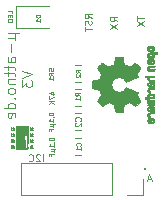
<source format=gbo>
%TF.GenerationSoftware,KiCad,Pcbnew,(5.1.8)-1*%
%TF.CreationDate,2021-05-26T13:43:35+02:00*%
%TF.ProjectId,attnode_v3_micro,6174746e-6f64-4655-9f76-335f6d696372,rev?*%
%TF.SameCoordinates,Original*%
%TF.FileFunction,Legend,Bot*%
%TF.FilePolarity,Positive*%
%FSLAX46Y46*%
G04 Gerber Fmt 4.6, Leading zero omitted, Abs format (unit mm)*
G04 Created by KiCad (PCBNEW (5.1.8)-1) date 2021-05-26 13:43:35*
%MOMM*%
%LPD*%
G01*
G04 APERTURE LIST*
%ADD10C,0.120000*%
%ADD11C,0.060000*%
%ADD12C,0.100000*%
%ADD13C,0.010000*%
%ADD14C,0.050000*%
%ADD15C,0.040000*%
G04 APERTURE END LIST*
D10*
X63538102Y-64100000D02*
G75*
G03*
X63538102Y-64100000I-78102J0D01*
G01*
D11*
X63992857Y-64950000D02*
X63707142Y-64950000D01*
X64050000Y-65121428D02*
X63850000Y-64521428D01*
X63650000Y-65121428D01*
X62791428Y-51112857D02*
X62791428Y-51455714D01*
X63391428Y-51284285D02*
X62791428Y-51284285D01*
X62791428Y-51598571D02*
X63391428Y-51998571D01*
X62791428Y-51998571D02*
X63391428Y-51598571D01*
X61151428Y-51610000D02*
X60865714Y-51410000D01*
X61151428Y-51267142D02*
X60551428Y-51267142D01*
X60551428Y-51495714D01*
X60580000Y-51552857D01*
X60608571Y-51581428D01*
X60665714Y-51610000D01*
X60751428Y-51610000D01*
X60808571Y-51581428D01*
X60837142Y-51552857D01*
X60865714Y-51495714D01*
X60865714Y-51267142D01*
X60551428Y-51810000D02*
X61151428Y-52210000D01*
X60551428Y-52210000D02*
X61151428Y-51810000D01*
X58981428Y-51321428D02*
X58695714Y-51121428D01*
X58981428Y-50978571D02*
X58381428Y-50978571D01*
X58381428Y-51207142D01*
X58410000Y-51264285D01*
X58438571Y-51292857D01*
X58495714Y-51321428D01*
X58581428Y-51321428D01*
X58638571Y-51292857D01*
X58667142Y-51264285D01*
X58695714Y-51207142D01*
X58695714Y-50978571D01*
X58952857Y-51550000D02*
X58981428Y-51635714D01*
X58981428Y-51778571D01*
X58952857Y-51835714D01*
X58924285Y-51864285D01*
X58867142Y-51892857D01*
X58810000Y-51892857D01*
X58752857Y-51864285D01*
X58724285Y-51835714D01*
X58695714Y-51778571D01*
X58667142Y-51664285D01*
X58638571Y-51607142D01*
X58610000Y-51578571D01*
X58552857Y-51550000D01*
X58495714Y-51550000D01*
X58438571Y-51578571D01*
X58410000Y-51607142D01*
X58381428Y-51664285D01*
X58381428Y-51807142D01*
X58410000Y-51892857D01*
X58381428Y-52064285D02*
X58381428Y-52407142D01*
X58981428Y-52235714D02*
X58381428Y-52235714D01*
D12*
X51882142Y-52600000D02*
X52782142Y-52600000D01*
X52353571Y-53028571D02*
X52439285Y-53071428D01*
X52482142Y-53157142D01*
X52353571Y-52600000D02*
X52439285Y-52642857D01*
X52482142Y-52728571D01*
X52482142Y-52900000D01*
X52439285Y-52985714D01*
X52353571Y-53028571D01*
X51882142Y-53028571D01*
X52139285Y-53542857D02*
X52139285Y-54228571D01*
X52482142Y-55042857D02*
X52010714Y-55042857D01*
X51925000Y-55000000D01*
X51882142Y-54914285D01*
X51882142Y-54742857D01*
X51925000Y-54657142D01*
X52439285Y-55042857D02*
X52482142Y-54957142D01*
X52482142Y-54742857D01*
X52439285Y-54657142D01*
X52353571Y-54614285D01*
X52267857Y-54614285D01*
X52182142Y-54657142D01*
X52139285Y-54742857D01*
X52139285Y-54957142D01*
X52096428Y-55042857D01*
X51882142Y-55342857D02*
X51882142Y-55685714D01*
X51582142Y-55471428D02*
X52353571Y-55471428D01*
X52439285Y-55514285D01*
X52482142Y-55600000D01*
X52482142Y-55685714D01*
X51882142Y-55857142D02*
X51882142Y-56200000D01*
X51582142Y-55985714D02*
X52353571Y-55985714D01*
X52439285Y-56028571D01*
X52482142Y-56114285D01*
X52482142Y-56200000D01*
X51882142Y-56500000D02*
X52482142Y-56500000D01*
X51967857Y-56500000D02*
X51925000Y-56542857D01*
X51882142Y-56628571D01*
X51882142Y-56757142D01*
X51925000Y-56842857D01*
X52010714Y-56885714D01*
X52482142Y-56885714D01*
X52482142Y-57442857D02*
X52439285Y-57357142D01*
X52396428Y-57314285D01*
X52310714Y-57271428D01*
X52053571Y-57271428D01*
X51967857Y-57314285D01*
X51925000Y-57357142D01*
X51882142Y-57442857D01*
X51882142Y-57571428D01*
X51925000Y-57657142D01*
X51967857Y-57700000D01*
X52053571Y-57742857D01*
X52310714Y-57742857D01*
X52396428Y-57700000D01*
X52439285Y-57657142D01*
X52482142Y-57571428D01*
X52482142Y-57442857D01*
X52396428Y-58128571D02*
X52439285Y-58171428D01*
X52482142Y-58128571D01*
X52439285Y-58085714D01*
X52396428Y-58128571D01*
X52482142Y-58128571D01*
X52482142Y-58942857D02*
X51582142Y-58942857D01*
X52439285Y-58942857D02*
X52482142Y-58857142D01*
X52482142Y-58685714D01*
X52439285Y-58600000D01*
X52396428Y-58557142D01*
X52310714Y-58514285D01*
X52053571Y-58514285D01*
X51967857Y-58557142D01*
X51925000Y-58600000D01*
X51882142Y-58685714D01*
X51882142Y-58857142D01*
X51925000Y-58942857D01*
X52439285Y-59714285D02*
X52482142Y-59628571D01*
X52482142Y-59457142D01*
X52439285Y-59371428D01*
X52353571Y-59328571D01*
X52010714Y-59328571D01*
X51925000Y-59371428D01*
X51882142Y-59457142D01*
X51882142Y-59628571D01*
X51925000Y-59714285D01*
X52010714Y-59757142D01*
X52096428Y-59757142D01*
X52182142Y-59328571D01*
X53032142Y-55771428D02*
X53932142Y-56071428D01*
X53032142Y-56371428D01*
X53032142Y-56585714D02*
X53032142Y-57142857D01*
X53375000Y-56842857D01*
X53375000Y-56971428D01*
X53417857Y-57057142D01*
X53460714Y-57100000D01*
X53546428Y-57142857D01*
X53760714Y-57142857D01*
X53846428Y-57100000D01*
X53889285Y-57057142D01*
X53932142Y-56971428D01*
X53932142Y-56714285D01*
X53889285Y-56628571D01*
X53846428Y-56585714D01*
D13*
%TO.C,REF\u002A\u002A*%
G36*
X63649918Y-54539744D02*
G01*
X63677568Y-54595201D01*
X63728480Y-54644148D01*
X63747338Y-54657629D01*
X63772015Y-54672314D01*
X63798816Y-54681842D01*
X63834587Y-54687293D01*
X63886169Y-54689747D01*
X63954267Y-54690286D01*
X64047588Y-54687852D01*
X64117657Y-54679394D01*
X64169931Y-54663174D01*
X64209869Y-54637454D01*
X64242929Y-54600497D01*
X64244886Y-54597782D01*
X64264908Y-54561360D01*
X64274815Y-54517502D01*
X64277257Y-54461724D01*
X64277257Y-54371048D01*
X64365283Y-54371010D01*
X64414308Y-54370166D01*
X64443065Y-54365024D01*
X64460311Y-54351587D01*
X64474808Y-54325858D01*
X64477769Y-54319679D01*
X64491648Y-54290764D01*
X64500414Y-54268376D01*
X64501171Y-54251729D01*
X64491023Y-54240036D01*
X64467073Y-54232510D01*
X64426426Y-54228366D01*
X64366186Y-54226815D01*
X64283455Y-54227071D01*
X64175339Y-54228349D01*
X64143000Y-54228748D01*
X64031524Y-54230185D01*
X63958603Y-54231472D01*
X63958603Y-54370971D01*
X64020499Y-54371755D01*
X64060997Y-54375240D01*
X64087708Y-54383124D01*
X64108244Y-54397105D01*
X64118260Y-54406597D01*
X64147567Y-54445404D01*
X64149952Y-54479763D01*
X64125750Y-54515216D01*
X64124857Y-54516114D01*
X64106153Y-54530539D01*
X64080732Y-54539313D01*
X64041584Y-54543739D01*
X63981697Y-54545118D01*
X63968430Y-54545143D01*
X63885901Y-54541812D01*
X63828691Y-54530969D01*
X63793766Y-54511340D01*
X63778094Y-54481650D01*
X63776514Y-54464491D01*
X63783926Y-54423766D01*
X63808330Y-54395832D01*
X63852980Y-54379017D01*
X63921130Y-54371650D01*
X63958603Y-54370971D01*
X63958603Y-54231472D01*
X63945245Y-54231708D01*
X63880333Y-54233677D01*
X63832958Y-54236450D01*
X63799290Y-54240388D01*
X63775498Y-54245849D01*
X63757753Y-54253192D01*
X63742224Y-54262777D01*
X63736381Y-54266887D01*
X63681185Y-54321405D01*
X63649890Y-54390336D01*
X63641165Y-54470072D01*
X63649918Y-54539744D01*
G37*
X63649918Y-54539744D02*
X63677568Y-54595201D01*
X63728480Y-54644148D01*
X63747338Y-54657629D01*
X63772015Y-54672314D01*
X63798816Y-54681842D01*
X63834587Y-54687293D01*
X63886169Y-54689747D01*
X63954267Y-54690286D01*
X64047588Y-54687852D01*
X64117657Y-54679394D01*
X64169931Y-54663174D01*
X64209869Y-54637454D01*
X64242929Y-54600497D01*
X64244886Y-54597782D01*
X64264908Y-54561360D01*
X64274815Y-54517502D01*
X64277257Y-54461724D01*
X64277257Y-54371048D01*
X64365283Y-54371010D01*
X64414308Y-54370166D01*
X64443065Y-54365024D01*
X64460311Y-54351587D01*
X64474808Y-54325858D01*
X64477769Y-54319679D01*
X64491648Y-54290764D01*
X64500414Y-54268376D01*
X64501171Y-54251729D01*
X64491023Y-54240036D01*
X64467073Y-54232510D01*
X64426426Y-54228366D01*
X64366186Y-54226815D01*
X64283455Y-54227071D01*
X64175339Y-54228349D01*
X64143000Y-54228748D01*
X64031524Y-54230185D01*
X63958603Y-54231472D01*
X63958603Y-54370971D01*
X64020499Y-54371755D01*
X64060997Y-54375240D01*
X64087708Y-54383124D01*
X64108244Y-54397105D01*
X64118260Y-54406597D01*
X64147567Y-54445404D01*
X64149952Y-54479763D01*
X64125750Y-54515216D01*
X64124857Y-54516114D01*
X64106153Y-54530539D01*
X64080732Y-54539313D01*
X64041584Y-54543739D01*
X63981697Y-54545118D01*
X63968430Y-54545143D01*
X63885901Y-54541812D01*
X63828691Y-54530969D01*
X63793766Y-54511340D01*
X63778094Y-54481650D01*
X63776514Y-54464491D01*
X63783926Y-54423766D01*
X63808330Y-54395832D01*
X63852980Y-54379017D01*
X63921130Y-54371650D01*
X63958603Y-54370971D01*
X63958603Y-54231472D01*
X63945245Y-54231708D01*
X63880333Y-54233677D01*
X63832958Y-54236450D01*
X63799290Y-54240388D01*
X63775498Y-54245849D01*
X63757753Y-54253192D01*
X63742224Y-54262777D01*
X63736381Y-54266887D01*
X63681185Y-54321405D01*
X63649890Y-54390336D01*
X63641165Y-54470072D01*
X63649918Y-54539744D01*
G36*
X63657780Y-55656093D02*
G01*
X63684723Y-55702672D01*
X63711466Y-55735057D01*
X63739484Y-55758742D01*
X63773748Y-55775059D01*
X63819227Y-55785339D01*
X63880892Y-55790914D01*
X63963711Y-55793116D01*
X64023246Y-55793371D01*
X64242391Y-55793371D01*
X64270044Y-55731686D01*
X64297697Y-55670000D01*
X64057670Y-55662743D01*
X63968028Y-55659744D01*
X63902962Y-55656598D01*
X63858026Y-55652701D01*
X63828770Y-55647447D01*
X63810748Y-55640231D01*
X63799511Y-55630450D01*
X63797079Y-55627312D01*
X63778083Y-55579761D01*
X63785600Y-55531697D01*
X63805543Y-55503086D01*
X63819675Y-55491447D01*
X63838220Y-55483391D01*
X63866334Y-55478271D01*
X63909173Y-55475441D01*
X63971895Y-55474256D01*
X64037261Y-55474057D01*
X64119268Y-55474018D01*
X64177316Y-55472614D01*
X64216465Y-55467914D01*
X64241780Y-55457987D01*
X64258323Y-55440903D01*
X64271156Y-55414732D01*
X64284491Y-55379775D01*
X64299007Y-55341596D01*
X64041389Y-55346141D01*
X63948519Y-55347971D01*
X63879889Y-55350112D01*
X63830711Y-55353181D01*
X63796198Y-55357794D01*
X63771562Y-55364568D01*
X63752016Y-55374119D01*
X63734770Y-55385634D01*
X63679680Y-55441190D01*
X63647822Y-55508980D01*
X63640191Y-55582713D01*
X63657780Y-55656093D01*
G37*
X63657780Y-55656093D02*
X63684723Y-55702672D01*
X63711466Y-55735057D01*
X63739484Y-55758742D01*
X63773748Y-55775059D01*
X63819227Y-55785339D01*
X63880892Y-55790914D01*
X63963711Y-55793116D01*
X64023246Y-55793371D01*
X64242391Y-55793371D01*
X64270044Y-55731686D01*
X64297697Y-55670000D01*
X64057670Y-55662743D01*
X63968028Y-55659744D01*
X63902962Y-55656598D01*
X63858026Y-55652701D01*
X63828770Y-55647447D01*
X63810748Y-55640231D01*
X63799511Y-55630450D01*
X63797079Y-55627312D01*
X63778083Y-55579761D01*
X63785600Y-55531697D01*
X63805543Y-55503086D01*
X63819675Y-55491447D01*
X63838220Y-55483391D01*
X63866334Y-55478271D01*
X63909173Y-55475441D01*
X63971895Y-55474256D01*
X64037261Y-55474057D01*
X64119268Y-55474018D01*
X64177316Y-55472614D01*
X64216465Y-55467914D01*
X64241780Y-55457987D01*
X64258323Y-55440903D01*
X64271156Y-55414732D01*
X64284491Y-55379775D01*
X64299007Y-55341596D01*
X64041389Y-55346141D01*
X63948519Y-55347971D01*
X63879889Y-55350112D01*
X63830711Y-55353181D01*
X63796198Y-55357794D01*
X63771562Y-55364568D01*
X63752016Y-55374119D01*
X63734770Y-55385634D01*
X63679680Y-55441190D01*
X63647822Y-55508980D01*
X63640191Y-55582713D01*
X63657780Y-55656093D01*
G36*
X63651962Y-53981115D02*
G01*
X63687733Y-54049145D01*
X63745301Y-54099351D01*
X63782312Y-54117185D01*
X63837882Y-54131063D01*
X63908096Y-54138167D01*
X63984727Y-54138840D01*
X64059552Y-54133427D01*
X64124342Y-54122270D01*
X64170873Y-54105714D01*
X64178887Y-54100626D01*
X64238707Y-54040355D01*
X64274535Y-53968769D01*
X64285020Y-53891092D01*
X64268810Y-53812548D01*
X64259092Y-53790689D01*
X64229143Y-53748122D01*
X64189433Y-53710763D01*
X64184397Y-53707232D01*
X64160124Y-53692881D01*
X64134178Y-53683394D01*
X64100022Y-53677790D01*
X64051119Y-53675086D01*
X63980935Y-53674299D01*
X63965200Y-53674286D01*
X63960192Y-53674322D01*
X63960192Y-53819429D01*
X64026430Y-53820273D01*
X64070386Y-53823596D01*
X64098779Y-53830583D01*
X64118325Y-53842416D01*
X64124857Y-53848457D01*
X64149680Y-53883186D01*
X64148548Y-53916903D01*
X64127016Y-53950995D01*
X64104029Y-53971329D01*
X64070478Y-53983371D01*
X64017569Y-53990134D01*
X64011399Y-53990598D01*
X63915513Y-53991752D01*
X63844299Y-53979688D01*
X63798194Y-53954570D01*
X63777635Y-53916560D01*
X63776514Y-53902992D01*
X63782152Y-53867364D01*
X63801686Y-53842994D01*
X63839042Y-53828093D01*
X63898150Y-53820875D01*
X63960192Y-53819429D01*
X63960192Y-53674322D01*
X63890413Y-53674826D01*
X63838159Y-53677096D01*
X63801949Y-53682068D01*
X63775299Y-53690713D01*
X63751722Y-53704005D01*
X63747338Y-53706943D01*
X63688249Y-53756313D01*
X63653947Y-53810109D01*
X63640331Y-53875602D01*
X63639665Y-53897842D01*
X63651962Y-53981115D01*
G37*
X63651962Y-53981115D02*
X63687733Y-54049145D01*
X63745301Y-54099351D01*
X63782312Y-54117185D01*
X63837882Y-54131063D01*
X63908096Y-54138167D01*
X63984727Y-54138840D01*
X64059552Y-54133427D01*
X64124342Y-54122270D01*
X64170873Y-54105714D01*
X64178887Y-54100626D01*
X64238707Y-54040355D01*
X64274535Y-53968769D01*
X64285020Y-53891092D01*
X64268810Y-53812548D01*
X64259092Y-53790689D01*
X64229143Y-53748122D01*
X64189433Y-53710763D01*
X64184397Y-53707232D01*
X64160124Y-53692881D01*
X64134178Y-53683394D01*
X64100022Y-53677790D01*
X64051119Y-53675086D01*
X63980935Y-53674299D01*
X63965200Y-53674286D01*
X63960192Y-53674322D01*
X63960192Y-53819429D01*
X64026430Y-53820273D01*
X64070386Y-53823596D01*
X64098779Y-53830583D01*
X64118325Y-53842416D01*
X64124857Y-53848457D01*
X64149680Y-53883186D01*
X64148548Y-53916903D01*
X64127016Y-53950995D01*
X64104029Y-53971329D01*
X64070478Y-53983371D01*
X64017569Y-53990134D01*
X64011399Y-53990598D01*
X63915513Y-53991752D01*
X63844299Y-53979688D01*
X63798194Y-53954570D01*
X63777635Y-53916560D01*
X63776514Y-53902992D01*
X63782152Y-53867364D01*
X63801686Y-53842994D01*
X63839042Y-53828093D01*
X63898150Y-53820875D01*
X63960192Y-53819429D01*
X63960192Y-53674322D01*
X63890413Y-53674826D01*
X63838159Y-53677096D01*
X63801949Y-53682068D01*
X63775299Y-53690713D01*
X63751722Y-53704005D01*
X63747338Y-53706943D01*
X63688249Y-53756313D01*
X63653947Y-53810109D01*
X63640331Y-53875602D01*
X63639665Y-53897842D01*
X63651962Y-53981115D01*
G36*
X63661239Y-55108303D02*
G01*
X63699735Y-55165527D01*
X63755335Y-55209749D01*
X63826086Y-55236167D01*
X63878162Y-55241510D01*
X63899893Y-55240903D01*
X63916531Y-55235822D01*
X63931437Y-55221855D01*
X63947973Y-55194589D01*
X63969498Y-55149612D01*
X63999374Y-55082511D01*
X63999524Y-55082171D01*
X64027813Y-55020407D01*
X64052933Y-54969759D01*
X64072179Y-54935404D01*
X64082848Y-54922518D01*
X64082934Y-54922514D01*
X64106166Y-54933872D01*
X64131774Y-54960431D01*
X64150221Y-54990923D01*
X64153886Y-55006370D01*
X64141212Y-55048515D01*
X64109471Y-55084808D01*
X64074572Y-55102517D01*
X64048845Y-55119552D01*
X64019546Y-55152922D01*
X63994235Y-55192149D01*
X63980471Y-55226756D01*
X63979714Y-55233993D01*
X63992160Y-55242139D01*
X64023972Y-55242630D01*
X64066866Y-55236643D01*
X64112558Y-55225357D01*
X64152761Y-55209950D01*
X64154322Y-55209171D01*
X64219062Y-55162804D01*
X64263097Y-55102711D01*
X64284711Y-55034465D01*
X64282185Y-54963638D01*
X64253804Y-54895804D01*
X64251808Y-54892788D01*
X64203448Y-54839427D01*
X64140352Y-54804340D01*
X64057387Y-54784922D01*
X64034078Y-54782316D01*
X63924055Y-54777701D01*
X63872748Y-54783233D01*
X63872748Y-54922514D01*
X63904753Y-54924324D01*
X63914093Y-54934222D01*
X63907105Y-54958898D01*
X63890587Y-54997795D01*
X63869881Y-55041275D01*
X63869333Y-55042356D01*
X63849949Y-55079209D01*
X63837013Y-55094000D01*
X63823451Y-55090353D01*
X63805632Y-55074995D01*
X63779845Y-55035923D01*
X63777950Y-54993846D01*
X63796717Y-54956103D01*
X63832915Y-54930034D01*
X63872748Y-54922514D01*
X63872748Y-54783233D01*
X63836027Y-54787194D01*
X63766212Y-54811550D01*
X63717302Y-54845456D01*
X63667878Y-54906653D01*
X63643359Y-54974063D01*
X63641797Y-55042880D01*
X63661239Y-55108303D01*
G37*
X63661239Y-55108303D02*
X63699735Y-55165527D01*
X63755335Y-55209749D01*
X63826086Y-55236167D01*
X63878162Y-55241510D01*
X63899893Y-55240903D01*
X63916531Y-55235822D01*
X63931437Y-55221855D01*
X63947973Y-55194589D01*
X63969498Y-55149612D01*
X63999374Y-55082511D01*
X63999524Y-55082171D01*
X64027813Y-55020407D01*
X64052933Y-54969759D01*
X64072179Y-54935404D01*
X64082848Y-54922518D01*
X64082934Y-54922514D01*
X64106166Y-54933872D01*
X64131774Y-54960431D01*
X64150221Y-54990923D01*
X64153886Y-55006370D01*
X64141212Y-55048515D01*
X64109471Y-55084808D01*
X64074572Y-55102517D01*
X64048845Y-55119552D01*
X64019546Y-55152922D01*
X63994235Y-55192149D01*
X63980471Y-55226756D01*
X63979714Y-55233993D01*
X63992160Y-55242139D01*
X64023972Y-55242630D01*
X64066866Y-55236643D01*
X64112558Y-55225357D01*
X64152761Y-55209950D01*
X64154322Y-55209171D01*
X64219062Y-55162804D01*
X64263097Y-55102711D01*
X64284711Y-55034465D01*
X64282185Y-54963638D01*
X64253804Y-54895804D01*
X64251808Y-54892788D01*
X64203448Y-54839427D01*
X64140352Y-54804340D01*
X64057387Y-54784922D01*
X64034078Y-54782316D01*
X63924055Y-54777701D01*
X63872748Y-54783233D01*
X63872748Y-54922514D01*
X63904753Y-54924324D01*
X63914093Y-54934222D01*
X63907105Y-54958898D01*
X63890587Y-54997795D01*
X63869881Y-55041275D01*
X63869333Y-55042356D01*
X63849949Y-55079209D01*
X63837013Y-55094000D01*
X63823451Y-55090353D01*
X63805632Y-55074995D01*
X63779845Y-55035923D01*
X63777950Y-54993846D01*
X63796717Y-54956103D01*
X63832915Y-54930034D01*
X63872748Y-54922514D01*
X63872748Y-54783233D01*
X63836027Y-54787194D01*
X63766212Y-54811550D01*
X63717302Y-54845456D01*
X63667878Y-54906653D01*
X63643359Y-54974063D01*
X63641797Y-55042880D01*
X63661239Y-55108303D01*
G36*
X63581289Y-56315886D02*
G01*
X63640613Y-56320139D01*
X63675572Y-56325025D01*
X63690820Y-56331795D01*
X63691015Y-56341702D01*
X63689195Y-56344914D01*
X63676015Y-56387644D01*
X63676785Y-56443227D01*
X63690333Y-56499737D01*
X63707861Y-56535082D01*
X63735861Y-56571321D01*
X63767549Y-56597813D01*
X63807813Y-56615999D01*
X63861543Y-56627322D01*
X63933626Y-56633222D01*
X64028951Y-56635143D01*
X64047237Y-56635177D01*
X64252646Y-56635200D01*
X64268580Y-56589491D01*
X64279420Y-56557027D01*
X64284468Y-56539215D01*
X64284514Y-56538691D01*
X64270828Y-56536937D01*
X64233076Y-56535444D01*
X64176224Y-56534326D01*
X64105234Y-56533697D01*
X64062073Y-56533600D01*
X63976973Y-56533398D01*
X63915981Y-56532358D01*
X63874177Y-56529831D01*
X63846642Y-56525164D01*
X63828456Y-56517707D01*
X63814698Y-56506811D01*
X63808073Y-56500007D01*
X63781375Y-56453272D01*
X63779375Y-56402272D01*
X63801955Y-56356001D01*
X63810107Y-56347444D01*
X63825436Y-56334893D01*
X63843618Y-56326188D01*
X63869909Y-56320631D01*
X63909562Y-56317526D01*
X63967832Y-56316176D01*
X64048173Y-56315886D01*
X64252646Y-56315886D01*
X64268580Y-56270177D01*
X64279420Y-56237713D01*
X64284468Y-56219901D01*
X64284514Y-56219377D01*
X64270623Y-56218037D01*
X64231439Y-56216828D01*
X64170700Y-56215801D01*
X64092141Y-56215002D01*
X63999498Y-56214481D01*
X63896509Y-56214286D01*
X63499342Y-56214286D01*
X63479444Y-56261457D01*
X63459547Y-56308629D01*
X63581289Y-56315886D01*
G37*
X63581289Y-56315886D02*
X63640613Y-56320139D01*
X63675572Y-56325025D01*
X63690820Y-56331795D01*
X63691015Y-56341702D01*
X63689195Y-56344914D01*
X63676015Y-56387644D01*
X63676785Y-56443227D01*
X63690333Y-56499737D01*
X63707861Y-56535082D01*
X63735861Y-56571321D01*
X63767549Y-56597813D01*
X63807813Y-56615999D01*
X63861543Y-56627322D01*
X63933626Y-56633222D01*
X64028951Y-56635143D01*
X64047237Y-56635177D01*
X64252646Y-56635200D01*
X64268580Y-56589491D01*
X64279420Y-56557027D01*
X64284468Y-56539215D01*
X64284514Y-56538691D01*
X64270828Y-56536937D01*
X64233076Y-56535444D01*
X64176224Y-56534326D01*
X64105234Y-56533697D01*
X64062073Y-56533600D01*
X63976973Y-56533398D01*
X63915981Y-56532358D01*
X63874177Y-56529831D01*
X63846642Y-56525164D01*
X63828456Y-56517707D01*
X63814698Y-56506811D01*
X63808073Y-56500007D01*
X63781375Y-56453272D01*
X63779375Y-56402272D01*
X63801955Y-56356001D01*
X63810107Y-56347444D01*
X63825436Y-56334893D01*
X63843618Y-56326188D01*
X63869909Y-56320631D01*
X63909562Y-56317526D01*
X63967832Y-56316176D01*
X64048173Y-56315886D01*
X64252646Y-56315886D01*
X64268580Y-56270177D01*
X64279420Y-56237713D01*
X64284468Y-56219901D01*
X64284514Y-56219377D01*
X64270623Y-56218037D01*
X64231439Y-56216828D01*
X64170700Y-56215801D01*
X64092141Y-56215002D01*
X63999498Y-56214481D01*
X63896509Y-56214286D01*
X63499342Y-56214286D01*
X63479444Y-56261457D01*
X63459547Y-56308629D01*
X63581289Y-56315886D01*
G36*
X63680968Y-56979744D02*
G01*
X63702087Y-57036616D01*
X63702493Y-57037267D01*
X63728380Y-57072440D01*
X63758633Y-57098407D01*
X63798058Y-57116670D01*
X63851462Y-57128732D01*
X63923651Y-57136096D01*
X64019432Y-57140264D01*
X64033078Y-57140629D01*
X64238842Y-57145876D01*
X64261678Y-57101716D01*
X64277110Y-57069763D01*
X64284423Y-57050470D01*
X64284514Y-57049578D01*
X64271022Y-57046239D01*
X64234626Y-57043587D01*
X64181452Y-57041956D01*
X64138393Y-57041600D01*
X64068641Y-57041592D01*
X64024837Y-57038403D01*
X64003944Y-57027288D01*
X64002925Y-57003501D01*
X64018741Y-56962296D01*
X64047815Y-56900086D01*
X64071963Y-56854341D01*
X64092913Y-56830813D01*
X64115747Y-56823896D01*
X64116877Y-56823886D01*
X64156212Y-56835299D01*
X64177462Y-56869092D01*
X64180539Y-56920809D01*
X64180006Y-56958061D01*
X64190735Y-56977703D01*
X64216505Y-56989952D01*
X64249337Y-56997002D01*
X64267966Y-56986842D01*
X64270632Y-56983017D01*
X64281340Y-56947001D01*
X64282856Y-56896566D01*
X64275759Y-56844626D01*
X64262788Y-56807822D01*
X64219585Y-56756938D01*
X64159446Y-56728014D01*
X64112462Y-56722286D01*
X64070082Y-56726657D01*
X64035488Y-56742475D01*
X64004763Y-56773797D01*
X63973990Y-56824678D01*
X63939252Y-56899176D01*
X63937288Y-56903714D01*
X63906287Y-56970821D01*
X63880862Y-57012232D01*
X63858014Y-57029981D01*
X63834745Y-57026107D01*
X63808056Y-57002643D01*
X63801914Y-56995627D01*
X63778100Y-56948630D01*
X63779103Y-56899933D01*
X63802451Y-56857522D01*
X63845675Y-56829384D01*
X63854160Y-56826769D01*
X63895308Y-56801308D01*
X63915128Y-56769001D01*
X63934770Y-56722286D01*
X63883950Y-56722286D01*
X63810082Y-56736496D01*
X63742327Y-56778675D01*
X63719661Y-56800624D01*
X63690569Y-56850517D01*
X63677400Y-56913967D01*
X63680968Y-56979744D01*
G37*
X63680968Y-56979744D02*
X63702087Y-57036616D01*
X63702493Y-57037267D01*
X63728380Y-57072440D01*
X63758633Y-57098407D01*
X63798058Y-57116670D01*
X63851462Y-57128732D01*
X63923651Y-57136096D01*
X64019432Y-57140264D01*
X64033078Y-57140629D01*
X64238842Y-57145876D01*
X64261678Y-57101716D01*
X64277110Y-57069763D01*
X64284423Y-57050470D01*
X64284514Y-57049578D01*
X64271022Y-57046239D01*
X64234626Y-57043587D01*
X64181452Y-57041956D01*
X64138393Y-57041600D01*
X64068641Y-57041592D01*
X64024837Y-57038403D01*
X64003944Y-57027288D01*
X64002925Y-57003501D01*
X64018741Y-56962296D01*
X64047815Y-56900086D01*
X64071963Y-56854341D01*
X64092913Y-56830813D01*
X64115747Y-56823896D01*
X64116877Y-56823886D01*
X64156212Y-56835299D01*
X64177462Y-56869092D01*
X64180539Y-56920809D01*
X64180006Y-56958061D01*
X64190735Y-56977703D01*
X64216505Y-56989952D01*
X64249337Y-56997002D01*
X64267966Y-56986842D01*
X64270632Y-56983017D01*
X64281340Y-56947001D01*
X64282856Y-56896566D01*
X64275759Y-56844626D01*
X64262788Y-56807822D01*
X64219585Y-56756938D01*
X64159446Y-56728014D01*
X64112462Y-56722286D01*
X64070082Y-56726657D01*
X64035488Y-56742475D01*
X64004763Y-56773797D01*
X63973990Y-56824678D01*
X63939252Y-56899176D01*
X63937288Y-56903714D01*
X63906287Y-56970821D01*
X63880862Y-57012232D01*
X63858014Y-57029981D01*
X63834745Y-57026107D01*
X63808056Y-57002643D01*
X63801914Y-56995627D01*
X63778100Y-56948630D01*
X63779103Y-56899933D01*
X63802451Y-56857522D01*
X63845675Y-56829384D01*
X63854160Y-56826769D01*
X63895308Y-56801308D01*
X63915128Y-56769001D01*
X63934770Y-56722286D01*
X63883950Y-56722286D01*
X63810082Y-56736496D01*
X63742327Y-56778675D01*
X63719661Y-56800624D01*
X63690569Y-56850517D01*
X63677400Y-56913967D01*
X63680968Y-56979744D01*
G36*
X63679755Y-57469926D02*
G01*
X63704084Y-57535858D01*
X63747117Y-57589273D01*
X63777409Y-57610164D01*
X63832994Y-57632939D01*
X63873186Y-57632466D01*
X63900217Y-57608562D01*
X63904813Y-57599717D01*
X63919144Y-57561530D01*
X63915472Y-57542028D01*
X63891407Y-57535422D01*
X63878114Y-57535086D01*
X63829210Y-57522992D01*
X63794999Y-57491471D01*
X63778476Y-57447659D01*
X63782634Y-57398695D01*
X63804227Y-57358894D01*
X63816544Y-57345450D01*
X63831487Y-57335921D01*
X63854075Y-57329485D01*
X63889328Y-57325317D01*
X63942266Y-57322597D01*
X64017907Y-57320502D01*
X64041857Y-57319960D01*
X64123790Y-57317981D01*
X64181455Y-57315731D01*
X64219608Y-57312357D01*
X64243004Y-57307006D01*
X64256398Y-57298824D01*
X64264545Y-57286959D01*
X64268144Y-57279362D01*
X64280452Y-57247102D01*
X64284514Y-57228111D01*
X64270948Y-57221836D01*
X64229934Y-57218006D01*
X64160999Y-57216600D01*
X64063669Y-57217598D01*
X64048657Y-57217908D01*
X63959859Y-57220101D01*
X63895019Y-57222693D01*
X63849067Y-57226382D01*
X63816935Y-57231864D01*
X63793553Y-57239835D01*
X63773852Y-57250993D01*
X63765410Y-57256830D01*
X63728057Y-57290296D01*
X63699003Y-57327727D01*
X63696467Y-57332309D01*
X63676443Y-57399426D01*
X63679755Y-57469926D01*
G37*
X63679755Y-57469926D02*
X63704084Y-57535858D01*
X63747117Y-57589273D01*
X63777409Y-57610164D01*
X63832994Y-57632939D01*
X63873186Y-57632466D01*
X63900217Y-57608562D01*
X63904813Y-57599717D01*
X63919144Y-57561530D01*
X63915472Y-57542028D01*
X63891407Y-57535422D01*
X63878114Y-57535086D01*
X63829210Y-57522992D01*
X63794999Y-57491471D01*
X63778476Y-57447659D01*
X63782634Y-57398695D01*
X63804227Y-57358894D01*
X63816544Y-57345450D01*
X63831487Y-57335921D01*
X63854075Y-57329485D01*
X63889328Y-57325317D01*
X63942266Y-57322597D01*
X64017907Y-57320502D01*
X64041857Y-57319960D01*
X64123790Y-57317981D01*
X64181455Y-57315731D01*
X64219608Y-57312357D01*
X64243004Y-57307006D01*
X64256398Y-57298824D01*
X64264545Y-57286959D01*
X64268144Y-57279362D01*
X64280452Y-57247102D01*
X64284514Y-57228111D01*
X64270948Y-57221836D01*
X64229934Y-57218006D01*
X64160999Y-57216600D01*
X64063669Y-57217598D01*
X64048657Y-57217908D01*
X63959859Y-57220101D01*
X63895019Y-57222693D01*
X63849067Y-57226382D01*
X63816935Y-57231864D01*
X63793553Y-57239835D01*
X63773852Y-57250993D01*
X63765410Y-57256830D01*
X63728057Y-57290296D01*
X63699003Y-57327727D01*
X63696467Y-57332309D01*
X63676443Y-57399426D01*
X63679755Y-57469926D01*
G36*
X63795358Y-58130117D02*
G01*
X63903837Y-58129933D01*
X63987287Y-58129219D01*
X64049704Y-58127675D01*
X64095085Y-58125001D01*
X64127429Y-58120894D01*
X64150733Y-58115055D01*
X64168995Y-58107182D01*
X64179418Y-58101221D01*
X64235945Y-58051855D01*
X64271377Y-57989264D01*
X64284090Y-57920013D01*
X64272463Y-57850668D01*
X64251568Y-57809375D01*
X64215422Y-57766025D01*
X64171276Y-57736481D01*
X64113462Y-57718655D01*
X64036313Y-57710463D01*
X63979714Y-57709302D01*
X63975647Y-57709458D01*
X63975647Y-57810857D01*
X64040550Y-57811476D01*
X64083514Y-57814314D01*
X64111622Y-57820840D01*
X64131953Y-57832523D01*
X64147288Y-57846483D01*
X64176890Y-57893365D01*
X64179419Y-57943701D01*
X64154705Y-57991276D01*
X64151356Y-57994979D01*
X64133935Y-58010783D01*
X64113209Y-58020693D01*
X64082362Y-58026058D01*
X64034577Y-58028228D01*
X63981748Y-58028571D01*
X63915381Y-58027827D01*
X63871106Y-58024748D01*
X63842009Y-58018061D01*
X63821173Y-58006496D01*
X63810107Y-57997013D01*
X63782198Y-57952960D01*
X63778843Y-57902224D01*
X63800159Y-57853796D01*
X63808073Y-57844450D01*
X63825647Y-57828540D01*
X63846587Y-57818610D01*
X63877782Y-57813278D01*
X63926122Y-57811163D01*
X63975647Y-57810857D01*
X63975647Y-57709458D01*
X63888568Y-57712810D01*
X63820086Y-57724726D01*
X63768600Y-57747135D01*
X63728443Y-57782124D01*
X63707861Y-57809375D01*
X63685625Y-57858907D01*
X63675304Y-57916316D01*
X63678067Y-57969682D01*
X63689212Y-57999543D01*
X63692383Y-58011261D01*
X63680557Y-58019037D01*
X63648866Y-58024465D01*
X63600593Y-58028571D01*
X63546829Y-58033067D01*
X63514482Y-58039313D01*
X63495985Y-58050676D01*
X63483770Y-58070528D01*
X63478362Y-58083000D01*
X63458601Y-58130171D01*
X63795358Y-58130117D01*
G37*
X63795358Y-58130117D02*
X63903837Y-58129933D01*
X63987287Y-58129219D01*
X64049704Y-58127675D01*
X64095085Y-58125001D01*
X64127429Y-58120894D01*
X64150733Y-58115055D01*
X64168995Y-58107182D01*
X64179418Y-58101221D01*
X64235945Y-58051855D01*
X64271377Y-57989264D01*
X64284090Y-57920013D01*
X64272463Y-57850668D01*
X64251568Y-57809375D01*
X64215422Y-57766025D01*
X64171276Y-57736481D01*
X64113462Y-57718655D01*
X64036313Y-57710463D01*
X63979714Y-57709302D01*
X63975647Y-57709458D01*
X63975647Y-57810857D01*
X64040550Y-57811476D01*
X64083514Y-57814314D01*
X64111622Y-57820840D01*
X64131953Y-57832523D01*
X64147288Y-57846483D01*
X64176890Y-57893365D01*
X64179419Y-57943701D01*
X64154705Y-57991276D01*
X64151356Y-57994979D01*
X64133935Y-58010783D01*
X64113209Y-58020693D01*
X64082362Y-58026058D01*
X64034577Y-58028228D01*
X63981748Y-58028571D01*
X63915381Y-58027827D01*
X63871106Y-58024748D01*
X63842009Y-58018061D01*
X63821173Y-58006496D01*
X63810107Y-57997013D01*
X63782198Y-57952960D01*
X63778843Y-57902224D01*
X63800159Y-57853796D01*
X63808073Y-57844450D01*
X63825647Y-57828540D01*
X63846587Y-57818610D01*
X63877782Y-57813278D01*
X63926122Y-57811163D01*
X63975647Y-57810857D01*
X63975647Y-57709458D01*
X63888568Y-57712810D01*
X63820086Y-57724726D01*
X63768600Y-57747135D01*
X63728443Y-57782124D01*
X63707861Y-57809375D01*
X63685625Y-57858907D01*
X63675304Y-57916316D01*
X63678067Y-57969682D01*
X63689212Y-57999543D01*
X63692383Y-58011261D01*
X63680557Y-58019037D01*
X63648866Y-58024465D01*
X63600593Y-58028571D01*
X63546829Y-58033067D01*
X63514482Y-58039313D01*
X63495985Y-58050676D01*
X63483770Y-58070528D01*
X63478362Y-58083000D01*
X63458601Y-58130171D01*
X63795358Y-58130117D01*
G36*
X63688663Y-58719833D02*
G01*
X63726850Y-58722048D01*
X63784886Y-58723784D01*
X63858180Y-58724899D01*
X63935055Y-58725257D01*
X64195196Y-58725257D01*
X64241127Y-58679326D01*
X64269429Y-58647675D01*
X64280893Y-58619890D01*
X64280168Y-58581915D01*
X64278321Y-58566840D01*
X64272948Y-58519726D01*
X64269869Y-58480756D01*
X64269585Y-58471257D01*
X64271445Y-58439233D01*
X64276114Y-58393432D01*
X64278321Y-58375674D01*
X64281735Y-58332057D01*
X64274320Y-58302745D01*
X64251427Y-58273680D01*
X64241127Y-58263188D01*
X64195196Y-58217257D01*
X63708602Y-58217257D01*
X63691758Y-58254226D01*
X63679282Y-58286059D01*
X63674914Y-58304683D01*
X63688718Y-58309458D01*
X63727286Y-58313921D01*
X63786356Y-58317775D01*
X63861663Y-58320722D01*
X63925286Y-58322143D01*
X64175657Y-58326114D01*
X64180556Y-58360759D01*
X64177131Y-58392268D01*
X64166041Y-58407708D01*
X64145308Y-58412023D01*
X64101145Y-58415708D01*
X64039146Y-58418469D01*
X63964909Y-58420012D01*
X63926706Y-58420235D01*
X63706783Y-58420457D01*
X63690849Y-58466166D01*
X63680015Y-58498518D01*
X63674962Y-58516115D01*
X63674914Y-58516623D01*
X63688648Y-58518388D01*
X63726730Y-58520329D01*
X63784482Y-58522282D01*
X63857227Y-58524084D01*
X63925286Y-58525343D01*
X64175657Y-58529314D01*
X64175657Y-58616400D01*
X63947240Y-58620396D01*
X63718822Y-58624392D01*
X63696868Y-58666847D01*
X63681793Y-58698192D01*
X63674951Y-58716744D01*
X63674914Y-58717279D01*
X63688663Y-58719833D01*
G37*
X63688663Y-58719833D02*
X63726850Y-58722048D01*
X63784886Y-58723784D01*
X63858180Y-58724899D01*
X63935055Y-58725257D01*
X64195196Y-58725257D01*
X64241127Y-58679326D01*
X64269429Y-58647675D01*
X64280893Y-58619890D01*
X64280168Y-58581915D01*
X64278321Y-58566840D01*
X64272948Y-58519726D01*
X64269869Y-58480756D01*
X64269585Y-58471257D01*
X64271445Y-58439233D01*
X64276114Y-58393432D01*
X64278321Y-58375674D01*
X64281735Y-58332057D01*
X64274320Y-58302745D01*
X64251427Y-58273680D01*
X64241127Y-58263188D01*
X64195196Y-58217257D01*
X63708602Y-58217257D01*
X63691758Y-58254226D01*
X63679282Y-58286059D01*
X63674914Y-58304683D01*
X63688718Y-58309458D01*
X63727286Y-58313921D01*
X63786356Y-58317775D01*
X63861663Y-58320722D01*
X63925286Y-58322143D01*
X64175657Y-58326114D01*
X64180556Y-58360759D01*
X64177131Y-58392268D01*
X64166041Y-58407708D01*
X64145308Y-58412023D01*
X64101145Y-58415708D01*
X64039146Y-58418469D01*
X63964909Y-58420012D01*
X63926706Y-58420235D01*
X63706783Y-58420457D01*
X63690849Y-58466166D01*
X63680015Y-58498518D01*
X63674962Y-58516115D01*
X63674914Y-58516623D01*
X63688648Y-58518388D01*
X63726730Y-58520329D01*
X63784482Y-58522282D01*
X63857227Y-58524084D01*
X63925286Y-58525343D01*
X64175657Y-58529314D01*
X64175657Y-58616400D01*
X63947240Y-58620396D01*
X63718822Y-58624392D01*
X63696868Y-58666847D01*
X63681793Y-58698192D01*
X63674951Y-58716744D01*
X63674914Y-58717279D01*
X63688663Y-58719833D01*
G36*
X63686335Y-59084876D02*
G01*
X63705344Y-59126667D01*
X63728378Y-59159469D01*
X63754133Y-59183503D01*
X63787358Y-59200097D01*
X63832800Y-59210577D01*
X63895207Y-59216271D01*
X63979327Y-59218507D01*
X64034721Y-59218743D01*
X64250826Y-59218743D01*
X64267670Y-59181774D01*
X64279981Y-59152656D01*
X64284514Y-59138231D01*
X64271025Y-59135472D01*
X64234653Y-59133282D01*
X64181542Y-59131942D01*
X64139372Y-59131657D01*
X64078447Y-59130434D01*
X64030115Y-59127136D01*
X64000518Y-59122321D01*
X63994229Y-59118496D01*
X64000652Y-59092783D01*
X64017125Y-59052418D01*
X64039458Y-59005679D01*
X64063457Y-58960845D01*
X64084930Y-58926193D01*
X64099685Y-58910002D01*
X64099845Y-58909938D01*
X64127152Y-58911330D01*
X64153219Y-58923818D01*
X64174392Y-58945743D01*
X64181474Y-58977743D01*
X64180649Y-59005092D01*
X64180042Y-59043826D01*
X64189116Y-59064158D01*
X64213092Y-59076369D01*
X64217613Y-59077909D01*
X64251806Y-59083203D01*
X64272568Y-59069047D01*
X64282462Y-59032148D01*
X64284292Y-58992289D01*
X64270727Y-58920562D01*
X64251355Y-58883432D01*
X64205845Y-58837576D01*
X64149983Y-58813256D01*
X64090957Y-58811073D01*
X64035953Y-58831629D01*
X64001486Y-58862549D01*
X63982189Y-58893420D01*
X63957759Y-58941942D01*
X63932985Y-58998485D01*
X63929199Y-59007910D01*
X63901791Y-59070019D01*
X63877634Y-59105822D01*
X63853619Y-59117337D01*
X63826635Y-59106580D01*
X63805543Y-59088114D01*
X63779572Y-59044469D01*
X63777624Y-58996446D01*
X63797637Y-58952406D01*
X63837551Y-58920709D01*
X63847848Y-58916549D01*
X63885724Y-58892327D01*
X63913842Y-58856965D01*
X63936917Y-58812343D01*
X63871485Y-58812343D01*
X63831506Y-58814969D01*
X63799997Y-58826230D01*
X63766378Y-58851199D01*
X63740484Y-58875169D01*
X63703817Y-58912441D01*
X63684121Y-58941401D01*
X63676220Y-58972505D01*
X63674914Y-59007713D01*
X63686335Y-59084876D01*
G37*
X63686335Y-59084876D02*
X63705344Y-59126667D01*
X63728378Y-59159469D01*
X63754133Y-59183503D01*
X63787358Y-59200097D01*
X63832800Y-59210577D01*
X63895207Y-59216271D01*
X63979327Y-59218507D01*
X64034721Y-59218743D01*
X64250826Y-59218743D01*
X64267670Y-59181774D01*
X64279981Y-59152656D01*
X64284514Y-59138231D01*
X64271025Y-59135472D01*
X64234653Y-59133282D01*
X64181542Y-59131942D01*
X64139372Y-59131657D01*
X64078447Y-59130434D01*
X64030115Y-59127136D01*
X64000518Y-59122321D01*
X63994229Y-59118496D01*
X64000652Y-59092783D01*
X64017125Y-59052418D01*
X64039458Y-59005679D01*
X64063457Y-58960845D01*
X64084930Y-58926193D01*
X64099685Y-58910002D01*
X64099845Y-58909938D01*
X64127152Y-58911330D01*
X64153219Y-58923818D01*
X64174392Y-58945743D01*
X64181474Y-58977743D01*
X64180649Y-59005092D01*
X64180042Y-59043826D01*
X64189116Y-59064158D01*
X64213092Y-59076369D01*
X64217613Y-59077909D01*
X64251806Y-59083203D01*
X64272568Y-59069047D01*
X64282462Y-59032148D01*
X64284292Y-58992289D01*
X64270727Y-58920562D01*
X64251355Y-58883432D01*
X64205845Y-58837576D01*
X64149983Y-58813256D01*
X64090957Y-58811073D01*
X64035953Y-58831629D01*
X64001486Y-58862549D01*
X63982189Y-58893420D01*
X63957759Y-58941942D01*
X63932985Y-58998485D01*
X63929199Y-59007910D01*
X63901791Y-59070019D01*
X63877634Y-59105822D01*
X63853619Y-59117337D01*
X63826635Y-59106580D01*
X63805543Y-59088114D01*
X63779572Y-59044469D01*
X63777624Y-58996446D01*
X63797637Y-58952406D01*
X63837551Y-58920709D01*
X63847848Y-58916549D01*
X63885724Y-58892327D01*
X63913842Y-58856965D01*
X63936917Y-58812343D01*
X63871485Y-58812343D01*
X63831506Y-58814969D01*
X63799997Y-58826230D01*
X63766378Y-58851199D01*
X63740484Y-58875169D01*
X63703817Y-58912441D01*
X63684121Y-58941401D01*
X63676220Y-58972505D01*
X63674914Y-59007713D01*
X63686335Y-59084876D01*
G36*
X63688752Y-59592600D02*
G01*
X63696334Y-59609948D01*
X63729128Y-59651356D01*
X63776547Y-59686765D01*
X63827151Y-59708664D01*
X63852098Y-59712229D01*
X63886927Y-59700279D01*
X63905357Y-59674067D01*
X63916516Y-59645964D01*
X63918572Y-59633095D01*
X63903649Y-59626829D01*
X63871175Y-59614456D01*
X63856502Y-59609028D01*
X63805744Y-59578590D01*
X63780427Y-59534520D01*
X63781206Y-59478010D01*
X63782203Y-59473825D01*
X63796507Y-59443655D01*
X63824393Y-59421476D01*
X63869287Y-59406327D01*
X63934615Y-59397250D01*
X64023804Y-59393286D01*
X64071261Y-59392914D01*
X64146071Y-59392730D01*
X64197069Y-59391522D01*
X64229471Y-59388309D01*
X64248495Y-59382109D01*
X64259356Y-59371940D01*
X64267272Y-59356819D01*
X64267670Y-59355946D01*
X64279981Y-59326828D01*
X64284514Y-59312403D01*
X64270809Y-59310186D01*
X64232925Y-59308289D01*
X64175715Y-59306847D01*
X64104027Y-59305998D01*
X64051565Y-59305829D01*
X63950047Y-59306692D01*
X63873032Y-59310070D01*
X63816023Y-59317142D01*
X63774526Y-59329088D01*
X63744043Y-59347090D01*
X63720080Y-59372327D01*
X63703355Y-59397247D01*
X63681097Y-59457171D01*
X63676076Y-59526911D01*
X63688752Y-59592600D01*
G37*
X63688752Y-59592600D02*
X63696334Y-59609948D01*
X63729128Y-59651356D01*
X63776547Y-59686765D01*
X63827151Y-59708664D01*
X63852098Y-59712229D01*
X63886927Y-59700279D01*
X63905357Y-59674067D01*
X63916516Y-59645964D01*
X63918572Y-59633095D01*
X63903649Y-59626829D01*
X63871175Y-59614456D01*
X63856502Y-59609028D01*
X63805744Y-59578590D01*
X63780427Y-59534520D01*
X63781206Y-59478010D01*
X63782203Y-59473825D01*
X63796507Y-59443655D01*
X63824393Y-59421476D01*
X63869287Y-59406327D01*
X63934615Y-59397250D01*
X64023804Y-59393286D01*
X64071261Y-59392914D01*
X64146071Y-59392730D01*
X64197069Y-59391522D01*
X64229471Y-59388309D01*
X64248495Y-59382109D01*
X64259356Y-59371940D01*
X64267272Y-59356819D01*
X64267670Y-59355946D01*
X64279981Y-59326828D01*
X64284514Y-59312403D01*
X64270809Y-59310186D01*
X64232925Y-59308289D01*
X64175715Y-59306847D01*
X64104027Y-59305998D01*
X64051565Y-59305829D01*
X63950047Y-59306692D01*
X63873032Y-59310070D01*
X63816023Y-59317142D01*
X63774526Y-59329088D01*
X63744043Y-59347090D01*
X63720080Y-59372327D01*
X63703355Y-59397247D01*
X63681097Y-59457171D01*
X63676076Y-59526911D01*
X63688752Y-59592600D01*
G36*
X63696966Y-60093595D02*
G01*
X63734497Y-60151021D01*
X63768096Y-60178719D01*
X63829064Y-60200662D01*
X63877308Y-60202405D01*
X63941816Y-60198457D01*
X64006934Y-60049686D01*
X64040202Y-59977349D01*
X64066964Y-59930084D01*
X64090144Y-59905507D01*
X64112667Y-59901237D01*
X64137455Y-59914889D01*
X64153886Y-59929943D01*
X64180235Y-59973746D01*
X64182081Y-60021389D01*
X64161546Y-60065145D01*
X64120752Y-60097289D01*
X64106347Y-60103038D01*
X64061356Y-60130576D01*
X64042182Y-60162258D01*
X64025779Y-60205714D01*
X64087966Y-60205714D01*
X64130283Y-60201872D01*
X64165969Y-60186823D01*
X64206943Y-60155280D01*
X64212267Y-60150592D01*
X64248720Y-60115506D01*
X64268283Y-60085347D01*
X64277283Y-60047615D01*
X64280230Y-60016335D01*
X64280965Y-59960385D01*
X64271660Y-59920555D01*
X64257846Y-59895708D01*
X64227467Y-59856656D01*
X64194613Y-59829625D01*
X64153294Y-59812517D01*
X64097521Y-59803238D01*
X64021305Y-59799693D01*
X63982622Y-59799410D01*
X63936247Y-59800372D01*
X63936247Y-59888007D01*
X63961126Y-59889023D01*
X63965200Y-59891556D01*
X63959665Y-59908274D01*
X63945017Y-59944249D01*
X63924190Y-59992331D01*
X63919714Y-60002386D01*
X63888814Y-60063152D01*
X63861657Y-60096632D01*
X63836220Y-60103990D01*
X63810481Y-60086391D01*
X63799109Y-60071856D01*
X63776364Y-60019410D01*
X63780122Y-59970322D01*
X63807884Y-59929227D01*
X63857152Y-59900758D01*
X63896257Y-59891631D01*
X63936247Y-59888007D01*
X63936247Y-59800372D01*
X63892249Y-59801285D01*
X63825384Y-59808196D01*
X63776695Y-59821884D01*
X63740849Y-59844096D01*
X63712513Y-59876574D01*
X63703355Y-59890733D01*
X63679507Y-59955053D01*
X63678006Y-60025473D01*
X63696966Y-60093595D01*
G37*
X63696966Y-60093595D02*
X63734497Y-60151021D01*
X63768096Y-60178719D01*
X63829064Y-60200662D01*
X63877308Y-60202405D01*
X63941816Y-60198457D01*
X64006934Y-60049686D01*
X64040202Y-59977349D01*
X64066964Y-59930084D01*
X64090144Y-59905507D01*
X64112667Y-59901237D01*
X64137455Y-59914889D01*
X64153886Y-59929943D01*
X64180235Y-59973746D01*
X64182081Y-60021389D01*
X64161546Y-60065145D01*
X64120752Y-60097289D01*
X64106347Y-60103038D01*
X64061356Y-60130576D01*
X64042182Y-60162258D01*
X64025779Y-60205714D01*
X64087966Y-60205714D01*
X64130283Y-60201872D01*
X64165969Y-60186823D01*
X64206943Y-60155280D01*
X64212267Y-60150592D01*
X64248720Y-60115506D01*
X64268283Y-60085347D01*
X64277283Y-60047615D01*
X64280230Y-60016335D01*
X64280965Y-59960385D01*
X64271660Y-59920555D01*
X64257846Y-59895708D01*
X64227467Y-59856656D01*
X64194613Y-59829625D01*
X64153294Y-59812517D01*
X64097521Y-59803238D01*
X64021305Y-59799693D01*
X63982622Y-59799410D01*
X63936247Y-59800372D01*
X63936247Y-59888007D01*
X63961126Y-59889023D01*
X63965200Y-59891556D01*
X63959665Y-59908274D01*
X63945017Y-59944249D01*
X63924190Y-59992331D01*
X63919714Y-60002386D01*
X63888814Y-60063152D01*
X63861657Y-60096632D01*
X63836220Y-60103990D01*
X63810481Y-60086391D01*
X63799109Y-60071856D01*
X63776364Y-60019410D01*
X63780122Y-59970322D01*
X63807884Y-59929227D01*
X63857152Y-59900758D01*
X63896257Y-59891631D01*
X63936247Y-59888007D01*
X63936247Y-59800372D01*
X63892249Y-59801285D01*
X63825384Y-59808196D01*
X63776695Y-59821884D01*
X63740849Y-59844096D01*
X63712513Y-59876574D01*
X63703355Y-59890733D01*
X63679507Y-59955053D01*
X63678006Y-60025473D01*
X63696966Y-60093595D01*
G36*
X58972348Y-57043910D02*
G01*
X58972778Y-57122454D01*
X58973942Y-57179298D01*
X58976207Y-57218105D01*
X58979940Y-57242538D01*
X58985506Y-57256262D01*
X58993273Y-57262940D01*
X59003605Y-57266236D01*
X59004943Y-57266556D01*
X59029079Y-57271562D01*
X59076701Y-57280829D01*
X59142741Y-57293392D01*
X59222128Y-57308287D01*
X59309796Y-57324551D01*
X59312875Y-57325119D01*
X59398789Y-57341410D01*
X59474696Y-57356652D01*
X59536045Y-57369861D01*
X59578282Y-57380054D01*
X59596855Y-57386248D01*
X59597184Y-57386543D01*
X59606253Y-57404788D01*
X59621367Y-57442405D01*
X59639262Y-57491271D01*
X59639358Y-57491543D01*
X59662493Y-57553093D01*
X59691965Y-57625657D01*
X59721597Y-57694057D01*
X59723062Y-57697294D01*
X59773626Y-57808702D01*
X59605160Y-58055399D01*
X59553803Y-58131077D01*
X59507889Y-58199631D01*
X59470030Y-58257088D01*
X59442837Y-58299476D01*
X59428921Y-58322825D01*
X59427889Y-58325042D01*
X59432484Y-58342010D01*
X59454655Y-58373701D01*
X59495447Y-58421352D01*
X59555905Y-58486198D01*
X59620227Y-58552397D01*
X59683612Y-58616214D01*
X59741451Y-58673329D01*
X59790175Y-58720305D01*
X59826210Y-58753703D01*
X59845984Y-58770085D01*
X59847002Y-58770694D01*
X59860572Y-58772505D01*
X59882733Y-58765683D01*
X59916478Y-58748540D01*
X59964800Y-58719393D01*
X60030692Y-58676555D01*
X60115517Y-58619448D01*
X60190177Y-58568766D01*
X60257140Y-58523461D01*
X60312516Y-58486150D01*
X60352420Y-58459452D01*
X60372962Y-58445985D01*
X60374356Y-58445137D01*
X60394038Y-58446781D01*
X60432293Y-58459245D01*
X60481889Y-58480048D01*
X60497728Y-58487462D01*
X60568290Y-58519814D01*
X60648353Y-58554328D01*
X60717629Y-58582365D01*
X60769045Y-58602568D01*
X60808119Y-58618615D01*
X60828541Y-58627888D01*
X60830114Y-58629041D01*
X60832721Y-58646096D01*
X60839863Y-58686298D01*
X60850523Y-58744302D01*
X60863685Y-58814763D01*
X60878333Y-58892335D01*
X60893449Y-58971672D01*
X60908018Y-59047431D01*
X60921022Y-59114264D01*
X60931445Y-59166828D01*
X60938270Y-59199776D01*
X60940199Y-59207857D01*
X60944962Y-59216205D01*
X60955718Y-59222506D01*
X60976098Y-59227045D01*
X61009734Y-59230104D01*
X61060255Y-59231967D01*
X61131292Y-59232918D01*
X61226476Y-59233240D01*
X61265492Y-59233257D01*
X61582799Y-59233257D01*
X61597839Y-59157057D01*
X61605995Y-59114663D01*
X61617899Y-59051400D01*
X61632116Y-58974962D01*
X61647210Y-58893043D01*
X61651355Y-58870400D01*
X61666053Y-58794806D01*
X61680505Y-58728953D01*
X61693375Y-58678366D01*
X61703322Y-58648574D01*
X61706287Y-58643612D01*
X61727283Y-58631426D01*
X61767967Y-58613953D01*
X61820322Y-58594577D01*
X61831600Y-58590734D01*
X61901523Y-58565339D01*
X61980418Y-58533817D01*
X62051266Y-58502969D01*
X62051595Y-58502817D01*
X62162733Y-58451447D01*
X62411253Y-58620399D01*
X62659772Y-58789352D01*
X62877058Y-58572429D01*
X62941726Y-58506819D01*
X62998733Y-58446979D01*
X63045033Y-58396267D01*
X63077584Y-58358046D01*
X63093343Y-58335675D01*
X63094343Y-58332466D01*
X63086469Y-58313626D01*
X63064578Y-58275180D01*
X63031267Y-58221330D01*
X62989131Y-58156276D01*
X62941943Y-58085940D01*
X62893810Y-58014555D01*
X62851928Y-57950908D01*
X62818871Y-57899041D01*
X62797218Y-57862995D01*
X62789543Y-57846867D01*
X62796037Y-57827189D01*
X62813150Y-57789875D01*
X62837326Y-57742621D01*
X62840013Y-57737612D01*
X62871927Y-57673977D01*
X62887579Y-57630341D01*
X62887745Y-57603202D01*
X62873204Y-57589057D01*
X62873000Y-57588975D01*
X62855779Y-57581905D01*
X62814899Y-57565042D01*
X62753525Y-57539695D01*
X62674819Y-57507171D01*
X62581947Y-57468778D01*
X62478072Y-57425822D01*
X62377502Y-57384222D01*
X62266516Y-57338504D01*
X62163703Y-57296526D01*
X62072215Y-57259548D01*
X61995201Y-57228827D01*
X61935815Y-57205622D01*
X61897209Y-57191190D01*
X61882800Y-57186743D01*
X61866272Y-57197896D01*
X61839930Y-57227069D01*
X61810887Y-57265971D01*
X61719039Y-57376757D01*
X61613759Y-57463351D01*
X61497266Y-57524716D01*
X61371776Y-57559815D01*
X61239507Y-57567608D01*
X61178457Y-57561943D01*
X61051795Y-57531078D01*
X60939941Y-57477920D01*
X60844001Y-57405767D01*
X60765076Y-57317917D01*
X60704270Y-57217665D01*
X60662687Y-57108310D01*
X60641428Y-56993147D01*
X60641599Y-56875475D01*
X60664301Y-56758590D01*
X60710638Y-56645789D01*
X60781713Y-56540369D01*
X60821911Y-56496368D01*
X60925129Y-56411979D01*
X61037925Y-56353222D01*
X61157010Y-56319704D01*
X61279095Y-56311035D01*
X61400893Y-56326823D01*
X61519116Y-56366678D01*
X61630475Y-56430207D01*
X61731684Y-56517021D01*
X61810887Y-56614029D01*
X61841162Y-56654437D01*
X61867219Y-56682982D01*
X61882825Y-56693257D01*
X61899843Y-56687877D01*
X61940500Y-56672575D01*
X62001642Y-56648612D01*
X62080119Y-56617244D01*
X62172780Y-56579732D01*
X62276472Y-56537333D01*
X62377526Y-56495663D01*
X62488607Y-56449690D01*
X62591541Y-56407107D01*
X62683165Y-56369221D01*
X62760316Y-56337340D01*
X62819831Y-56312771D01*
X62858544Y-56296820D01*
X62873000Y-56290910D01*
X62887685Y-56276948D01*
X62887642Y-56249940D01*
X62872099Y-56206413D01*
X62840284Y-56142890D01*
X62840013Y-56142388D01*
X62815323Y-56094560D01*
X62797338Y-56055897D01*
X62789614Y-56034095D01*
X62789543Y-56033133D01*
X62797378Y-56016721D01*
X62819165Y-55980487D01*
X62852328Y-55928474D01*
X62894291Y-55864725D01*
X62941943Y-55794060D01*
X62990191Y-55722116D01*
X63032151Y-55657274D01*
X63065227Y-55603735D01*
X63086821Y-55565697D01*
X63094343Y-55547533D01*
X63084457Y-55530808D01*
X63056826Y-55497180D01*
X63014495Y-55450010D01*
X62960505Y-55392658D01*
X62897899Y-55328484D01*
X62876983Y-55307497D01*
X62659623Y-55090499D01*
X62417220Y-55255668D01*
X62342781Y-55305864D01*
X62275972Y-55349919D01*
X62220665Y-55385362D01*
X62180729Y-55409719D01*
X62160036Y-55420522D01*
X62158563Y-55420838D01*
X62139058Y-55415143D01*
X62099822Y-55399826D01*
X62047430Y-55377537D01*
X62012355Y-55361893D01*
X61945201Y-55332641D01*
X61877358Y-55305094D01*
X61820034Y-55283737D01*
X61802572Y-55277935D01*
X61755938Y-55261452D01*
X61719905Y-55245340D01*
X61706287Y-55236490D01*
X61697952Y-55216960D01*
X61686137Y-55174334D01*
X61672181Y-55114145D01*
X61657422Y-55041922D01*
X61651355Y-55009600D01*
X61636273Y-54927522D01*
X61621669Y-54848795D01*
X61608980Y-54781109D01*
X61599642Y-54732160D01*
X61597839Y-54722943D01*
X61582799Y-54646743D01*
X61265492Y-54646743D01*
X61161154Y-54646914D01*
X61082213Y-54647616D01*
X61025038Y-54649134D01*
X60985999Y-54651749D01*
X60961465Y-54655746D01*
X60947805Y-54661409D01*
X60941389Y-54669020D01*
X60940199Y-54672143D01*
X60935980Y-54690978D01*
X60927562Y-54732588D01*
X60915961Y-54791630D01*
X60902195Y-54862757D01*
X60887280Y-54940625D01*
X60872232Y-55019887D01*
X60858069Y-55095198D01*
X60845806Y-55161213D01*
X60836461Y-55212587D01*
X60831050Y-55243975D01*
X60830114Y-55250959D01*
X60817596Y-55257285D01*
X60784246Y-55271290D01*
X60736377Y-55290355D01*
X60717629Y-55297634D01*
X60645195Y-55326996D01*
X60565170Y-55361571D01*
X60497728Y-55392537D01*
X60446159Y-55415323D01*
X60403785Y-55430482D01*
X60377834Y-55435542D01*
X60374356Y-55434736D01*
X60357936Y-55424041D01*
X60321417Y-55399620D01*
X60268687Y-55364095D01*
X60203635Y-55320087D01*
X60130151Y-55270217D01*
X60115645Y-55260356D01*
X60029704Y-55202492D01*
X59964261Y-55159956D01*
X59916304Y-55131054D01*
X59882820Y-55114090D01*
X59860795Y-55107367D01*
X59847217Y-55109190D01*
X59847131Y-55109236D01*
X59829297Y-55123586D01*
X59794817Y-55155323D01*
X59747268Y-55201010D01*
X59690222Y-55257204D01*
X59627255Y-55320468D01*
X59620227Y-55327602D01*
X59543020Y-55407330D01*
X59486330Y-55468857D01*
X59449110Y-55513421D01*
X59430315Y-55542257D01*
X59427889Y-55554958D01*
X59438471Y-55573494D01*
X59462916Y-55611961D01*
X59498612Y-55666386D01*
X59542947Y-55732798D01*
X59593311Y-55807225D01*
X59605160Y-55824601D01*
X59773626Y-56071297D01*
X59723062Y-56182706D01*
X59693595Y-56250457D01*
X59663959Y-56323183D01*
X59640330Y-56385703D01*
X59639358Y-56388457D01*
X59621457Y-56437360D01*
X59606320Y-56475057D01*
X59597210Y-56493425D01*
X59597184Y-56493456D01*
X59580717Y-56499285D01*
X59540219Y-56509192D01*
X59480242Y-56522195D01*
X59405340Y-56537309D01*
X59320064Y-56553552D01*
X59312875Y-56554881D01*
X59225014Y-56571175D01*
X59145260Y-56586133D01*
X59078681Y-56598791D01*
X59030347Y-56608186D01*
X59005325Y-56613354D01*
X59004943Y-56613444D01*
X58994299Y-56616589D01*
X58986262Y-56622704D01*
X58980467Y-56635453D01*
X58976547Y-56658500D01*
X58974135Y-56695509D01*
X58972865Y-56750144D01*
X58972371Y-56826067D01*
X58972286Y-56926944D01*
X58972286Y-56940000D01*
X58972348Y-57043910D01*
G37*
X58972348Y-57043910D02*
X58972778Y-57122454D01*
X58973942Y-57179298D01*
X58976207Y-57218105D01*
X58979940Y-57242538D01*
X58985506Y-57256262D01*
X58993273Y-57262940D01*
X59003605Y-57266236D01*
X59004943Y-57266556D01*
X59029079Y-57271562D01*
X59076701Y-57280829D01*
X59142741Y-57293392D01*
X59222128Y-57308287D01*
X59309796Y-57324551D01*
X59312875Y-57325119D01*
X59398789Y-57341410D01*
X59474696Y-57356652D01*
X59536045Y-57369861D01*
X59578282Y-57380054D01*
X59596855Y-57386248D01*
X59597184Y-57386543D01*
X59606253Y-57404788D01*
X59621367Y-57442405D01*
X59639262Y-57491271D01*
X59639358Y-57491543D01*
X59662493Y-57553093D01*
X59691965Y-57625657D01*
X59721597Y-57694057D01*
X59723062Y-57697294D01*
X59773626Y-57808702D01*
X59605160Y-58055399D01*
X59553803Y-58131077D01*
X59507889Y-58199631D01*
X59470030Y-58257088D01*
X59442837Y-58299476D01*
X59428921Y-58322825D01*
X59427889Y-58325042D01*
X59432484Y-58342010D01*
X59454655Y-58373701D01*
X59495447Y-58421352D01*
X59555905Y-58486198D01*
X59620227Y-58552397D01*
X59683612Y-58616214D01*
X59741451Y-58673329D01*
X59790175Y-58720305D01*
X59826210Y-58753703D01*
X59845984Y-58770085D01*
X59847002Y-58770694D01*
X59860572Y-58772505D01*
X59882733Y-58765683D01*
X59916478Y-58748540D01*
X59964800Y-58719393D01*
X60030692Y-58676555D01*
X60115517Y-58619448D01*
X60190177Y-58568766D01*
X60257140Y-58523461D01*
X60312516Y-58486150D01*
X60352420Y-58459452D01*
X60372962Y-58445985D01*
X60374356Y-58445137D01*
X60394038Y-58446781D01*
X60432293Y-58459245D01*
X60481889Y-58480048D01*
X60497728Y-58487462D01*
X60568290Y-58519814D01*
X60648353Y-58554328D01*
X60717629Y-58582365D01*
X60769045Y-58602568D01*
X60808119Y-58618615D01*
X60828541Y-58627888D01*
X60830114Y-58629041D01*
X60832721Y-58646096D01*
X60839863Y-58686298D01*
X60850523Y-58744302D01*
X60863685Y-58814763D01*
X60878333Y-58892335D01*
X60893449Y-58971672D01*
X60908018Y-59047431D01*
X60921022Y-59114264D01*
X60931445Y-59166828D01*
X60938270Y-59199776D01*
X60940199Y-59207857D01*
X60944962Y-59216205D01*
X60955718Y-59222506D01*
X60976098Y-59227045D01*
X61009734Y-59230104D01*
X61060255Y-59231967D01*
X61131292Y-59232918D01*
X61226476Y-59233240D01*
X61265492Y-59233257D01*
X61582799Y-59233257D01*
X61597839Y-59157057D01*
X61605995Y-59114663D01*
X61617899Y-59051400D01*
X61632116Y-58974962D01*
X61647210Y-58893043D01*
X61651355Y-58870400D01*
X61666053Y-58794806D01*
X61680505Y-58728953D01*
X61693375Y-58678366D01*
X61703322Y-58648574D01*
X61706287Y-58643612D01*
X61727283Y-58631426D01*
X61767967Y-58613953D01*
X61820322Y-58594577D01*
X61831600Y-58590734D01*
X61901523Y-58565339D01*
X61980418Y-58533817D01*
X62051266Y-58502969D01*
X62051595Y-58502817D01*
X62162733Y-58451447D01*
X62411253Y-58620399D01*
X62659772Y-58789352D01*
X62877058Y-58572429D01*
X62941726Y-58506819D01*
X62998733Y-58446979D01*
X63045033Y-58396267D01*
X63077584Y-58358046D01*
X63093343Y-58335675D01*
X63094343Y-58332466D01*
X63086469Y-58313626D01*
X63064578Y-58275180D01*
X63031267Y-58221330D01*
X62989131Y-58156276D01*
X62941943Y-58085940D01*
X62893810Y-58014555D01*
X62851928Y-57950908D01*
X62818871Y-57899041D01*
X62797218Y-57862995D01*
X62789543Y-57846867D01*
X62796037Y-57827189D01*
X62813150Y-57789875D01*
X62837326Y-57742621D01*
X62840013Y-57737612D01*
X62871927Y-57673977D01*
X62887579Y-57630341D01*
X62887745Y-57603202D01*
X62873204Y-57589057D01*
X62873000Y-57588975D01*
X62855779Y-57581905D01*
X62814899Y-57565042D01*
X62753525Y-57539695D01*
X62674819Y-57507171D01*
X62581947Y-57468778D01*
X62478072Y-57425822D01*
X62377502Y-57384222D01*
X62266516Y-57338504D01*
X62163703Y-57296526D01*
X62072215Y-57259548D01*
X61995201Y-57228827D01*
X61935815Y-57205622D01*
X61897209Y-57191190D01*
X61882800Y-57186743D01*
X61866272Y-57197896D01*
X61839930Y-57227069D01*
X61810887Y-57265971D01*
X61719039Y-57376757D01*
X61613759Y-57463351D01*
X61497266Y-57524716D01*
X61371776Y-57559815D01*
X61239507Y-57567608D01*
X61178457Y-57561943D01*
X61051795Y-57531078D01*
X60939941Y-57477920D01*
X60844001Y-57405767D01*
X60765076Y-57317917D01*
X60704270Y-57217665D01*
X60662687Y-57108310D01*
X60641428Y-56993147D01*
X60641599Y-56875475D01*
X60664301Y-56758590D01*
X60710638Y-56645789D01*
X60781713Y-56540369D01*
X60821911Y-56496368D01*
X60925129Y-56411979D01*
X61037925Y-56353222D01*
X61157010Y-56319704D01*
X61279095Y-56311035D01*
X61400893Y-56326823D01*
X61519116Y-56366678D01*
X61630475Y-56430207D01*
X61731684Y-56517021D01*
X61810887Y-56614029D01*
X61841162Y-56654437D01*
X61867219Y-56682982D01*
X61882825Y-56693257D01*
X61899843Y-56687877D01*
X61940500Y-56672575D01*
X62001642Y-56648612D01*
X62080119Y-56617244D01*
X62172780Y-56579732D01*
X62276472Y-56537333D01*
X62377526Y-56495663D01*
X62488607Y-56449690D01*
X62591541Y-56407107D01*
X62683165Y-56369221D01*
X62760316Y-56337340D01*
X62819831Y-56312771D01*
X62858544Y-56296820D01*
X62873000Y-56290910D01*
X62887685Y-56276948D01*
X62887642Y-56249940D01*
X62872099Y-56206413D01*
X62840284Y-56142890D01*
X62840013Y-56142388D01*
X62815323Y-56094560D01*
X62797338Y-56055897D01*
X62789614Y-56034095D01*
X62789543Y-56033133D01*
X62797378Y-56016721D01*
X62819165Y-55980487D01*
X62852328Y-55928474D01*
X62894291Y-55864725D01*
X62941943Y-55794060D01*
X62990191Y-55722116D01*
X63032151Y-55657274D01*
X63065227Y-55603735D01*
X63086821Y-55565697D01*
X63094343Y-55547533D01*
X63084457Y-55530808D01*
X63056826Y-55497180D01*
X63014495Y-55450010D01*
X62960505Y-55392658D01*
X62897899Y-55328484D01*
X62876983Y-55307497D01*
X62659623Y-55090499D01*
X62417220Y-55255668D01*
X62342781Y-55305864D01*
X62275972Y-55349919D01*
X62220665Y-55385362D01*
X62180729Y-55409719D01*
X62160036Y-55420522D01*
X62158563Y-55420838D01*
X62139058Y-55415143D01*
X62099822Y-55399826D01*
X62047430Y-55377537D01*
X62012355Y-55361893D01*
X61945201Y-55332641D01*
X61877358Y-55305094D01*
X61820034Y-55283737D01*
X61802572Y-55277935D01*
X61755938Y-55261452D01*
X61719905Y-55245340D01*
X61706287Y-55236490D01*
X61697952Y-55216960D01*
X61686137Y-55174334D01*
X61672181Y-55114145D01*
X61657422Y-55041922D01*
X61651355Y-55009600D01*
X61636273Y-54927522D01*
X61621669Y-54848795D01*
X61608980Y-54781109D01*
X61599642Y-54732160D01*
X61597839Y-54722943D01*
X61582799Y-54646743D01*
X61265492Y-54646743D01*
X61161154Y-54646914D01*
X61082213Y-54647616D01*
X61025038Y-54649134D01*
X60985999Y-54651749D01*
X60961465Y-54655746D01*
X60947805Y-54661409D01*
X60941389Y-54669020D01*
X60940199Y-54672143D01*
X60935980Y-54690978D01*
X60927562Y-54732588D01*
X60915961Y-54791630D01*
X60902195Y-54862757D01*
X60887280Y-54940625D01*
X60872232Y-55019887D01*
X60858069Y-55095198D01*
X60845806Y-55161213D01*
X60836461Y-55212587D01*
X60831050Y-55243975D01*
X60830114Y-55250959D01*
X60817596Y-55257285D01*
X60784246Y-55271290D01*
X60736377Y-55290355D01*
X60717629Y-55297634D01*
X60645195Y-55326996D01*
X60565170Y-55361571D01*
X60497728Y-55392537D01*
X60446159Y-55415323D01*
X60403785Y-55430482D01*
X60377834Y-55435542D01*
X60374356Y-55434736D01*
X60357936Y-55424041D01*
X60321417Y-55399620D01*
X60268687Y-55364095D01*
X60203635Y-55320087D01*
X60130151Y-55270217D01*
X60115645Y-55260356D01*
X60029704Y-55202492D01*
X59964261Y-55159956D01*
X59916304Y-55131054D01*
X59882820Y-55114090D01*
X59860795Y-55107367D01*
X59847217Y-55109190D01*
X59847131Y-55109236D01*
X59829297Y-55123586D01*
X59794817Y-55155323D01*
X59747268Y-55201010D01*
X59690222Y-55257204D01*
X59627255Y-55320468D01*
X59620227Y-55327602D01*
X59543020Y-55407330D01*
X59486330Y-55468857D01*
X59449110Y-55513421D01*
X59430315Y-55542257D01*
X59427889Y-55554958D01*
X59438471Y-55573494D01*
X59462916Y-55611961D01*
X59498612Y-55666386D01*
X59542947Y-55732798D01*
X59593311Y-55807225D01*
X59605160Y-55824601D01*
X59773626Y-56071297D01*
X59723062Y-56182706D01*
X59693595Y-56250457D01*
X59663959Y-56323183D01*
X59640330Y-56385703D01*
X59639358Y-56388457D01*
X59621457Y-56437360D01*
X59606320Y-56475057D01*
X59597210Y-56493425D01*
X59597184Y-56493456D01*
X59580717Y-56499285D01*
X59540219Y-56509192D01*
X59480242Y-56522195D01*
X59405340Y-56537309D01*
X59320064Y-56553552D01*
X59312875Y-56554881D01*
X59225014Y-56571175D01*
X59145260Y-56586133D01*
X59078681Y-56598791D01*
X59030347Y-56608186D01*
X59005325Y-56613354D01*
X59004943Y-56613444D01*
X58994299Y-56616589D01*
X58986262Y-56622704D01*
X58980467Y-56635453D01*
X58976547Y-56658500D01*
X58974135Y-56695509D01*
X58972865Y-56750144D01*
X58972371Y-56826067D01*
X58972286Y-56926944D01*
X58972286Y-56940000D01*
X58972348Y-57043910D01*
%TO.C,G\u002A\u002A\u002A*%
G36*
X53939000Y-60638000D02*
G01*
X53981334Y-60595666D01*
X53939000Y-60553333D01*
X53896667Y-60595666D01*
X53939000Y-60638000D01*
G37*
X53939000Y-60638000D02*
X53981334Y-60595666D01*
X53939000Y-60553333D01*
X53896667Y-60595666D01*
X53939000Y-60638000D01*
G36*
X53939000Y-60807333D02*
G01*
X53981334Y-60765000D01*
X53939000Y-60722666D01*
X53896667Y-60765000D01*
X53939000Y-60807333D01*
G37*
X53939000Y-60807333D02*
X53981334Y-60765000D01*
X53939000Y-60722666D01*
X53896667Y-60765000D01*
X53939000Y-60807333D01*
G36*
X53939000Y-61146000D02*
G01*
X53981334Y-61103666D01*
X53939000Y-61061333D01*
X53896667Y-61103666D01*
X53939000Y-61146000D01*
G37*
X53939000Y-61146000D02*
X53981334Y-61103666D01*
X53939000Y-61061333D01*
X53896667Y-61103666D01*
X53939000Y-61146000D01*
G36*
X53939000Y-61315333D02*
G01*
X53981334Y-61273000D01*
X53939000Y-61230666D01*
X53896667Y-61273000D01*
X53939000Y-61315333D01*
G37*
X53939000Y-61315333D02*
X53981334Y-61273000D01*
X53939000Y-61230666D01*
X53896667Y-61273000D01*
X53939000Y-61315333D01*
G36*
X53939000Y-61654000D02*
G01*
X53981334Y-61611666D01*
X53939000Y-61569333D01*
X53896667Y-61611666D01*
X53939000Y-61654000D01*
G37*
X53939000Y-61654000D02*
X53981334Y-61611666D01*
X53939000Y-61569333D01*
X53896667Y-61611666D01*
X53939000Y-61654000D01*
G36*
X53939000Y-61823333D02*
G01*
X53981334Y-61781000D01*
X53939000Y-61738666D01*
X53896667Y-61781000D01*
X53939000Y-61823333D01*
G37*
X53939000Y-61823333D02*
X53981334Y-61781000D01*
X53939000Y-61738666D01*
X53896667Y-61781000D01*
X53939000Y-61823333D01*
G36*
X53755785Y-62312110D02*
G01*
X53793115Y-62289000D01*
X53914488Y-62156910D01*
X53932930Y-62140833D01*
X53933665Y-62088024D01*
X53868445Y-62077333D01*
X53749514Y-62146278D01*
X53728630Y-62225500D01*
X53755785Y-62312110D01*
G37*
X53755785Y-62312110D02*
X53793115Y-62289000D01*
X53914488Y-62156910D01*
X53932930Y-62140833D01*
X53933665Y-62088024D01*
X53868445Y-62077333D01*
X53749514Y-62146278D01*
X53728630Y-62225500D01*
X53755785Y-62312110D01*
G36*
X53939000Y-62331333D02*
G01*
X53981334Y-62289000D01*
X53939000Y-62246666D01*
X53896667Y-62289000D01*
X53939000Y-62331333D01*
G37*
X53939000Y-62331333D02*
X53981334Y-62289000D01*
X53939000Y-62246666D01*
X53896667Y-62289000D01*
X53939000Y-62331333D01*
G36*
X53760847Y-60784402D02*
G01*
X53799329Y-60759151D01*
X53805316Y-60673277D01*
X53784639Y-60582935D01*
X53754163Y-60622124D01*
X53744070Y-60754448D01*
X53760847Y-60784402D01*
G37*
X53760847Y-60784402D02*
X53799329Y-60759151D01*
X53805316Y-60673277D01*
X53784639Y-60582935D01*
X53754163Y-60622124D01*
X53744070Y-60754448D01*
X53760847Y-60784402D01*
G36*
X53760847Y-61292402D02*
G01*
X53799329Y-61267151D01*
X53805316Y-61181277D01*
X53784639Y-61090935D01*
X53754163Y-61130125D01*
X53744070Y-61262448D01*
X53760847Y-61292402D01*
G37*
X53760847Y-61292402D02*
X53799329Y-61267151D01*
X53805316Y-61181277D01*
X53784639Y-61090935D01*
X53754163Y-61130125D01*
X53744070Y-61262448D01*
X53760847Y-61292402D01*
G36*
X53760847Y-61800402D02*
G01*
X53799329Y-61775151D01*
X53805316Y-61689277D01*
X53784639Y-61598935D01*
X53754163Y-61638125D01*
X53744070Y-61770448D01*
X53760847Y-61800402D01*
G37*
X53760847Y-61800402D02*
X53799329Y-61775151D01*
X53805316Y-61689277D01*
X53784639Y-61598935D01*
X53754163Y-61638125D01*
X53744070Y-61770448D01*
X53760847Y-61800402D01*
G36*
X53050000Y-62416000D02*
G01*
X53335976Y-62408745D01*
X53489520Y-62379782D01*
X53547179Y-62318306D01*
X53551316Y-62267833D01*
X53529632Y-62187600D01*
X53501927Y-62225500D01*
X53425973Y-62332080D01*
X53360734Y-62289882D01*
X53322826Y-62119358D01*
X53319179Y-62000554D01*
X53308979Y-61764811D01*
X53277970Y-61600393D01*
X53268948Y-61581115D01*
X53246590Y-61446243D01*
X53273236Y-61263808D01*
X53331088Y-61110811D01*
X53389089Y-61061333D01*
X53426191Y-61138024D01*
X53452793Y-61336261D01*
X53461515Y-61538048D01*
X53472085Y-61806422D01*
X53493382Y-61998806D01*
X53512605Y-62060159D01*
X53531850Y-62001740D01*
X53547049Y-61807805D01*
X53556216Y-61512160D01*
X53558000Y-61287111D01*
X53558000Y-60468666D01*
X52542000Y-60468666D01*
X52542000Y-62416000D01*
X53050000Y-62416000D01*
G37*
X53050000Y-62416000D02*
X53335976Y-62408745D01*
X53489520Y-62379782D01*
X53547179Y-62318306D01*
X53551316Y-62267833D01*
X53529632Y-62187600D01*
X53501927Y-62225500D01*
X53425973Y-62332080D01*
X53360734Y-62289882D01*
X53322826Y-62119358D01*
X53319179Y-62000554D01*
X53308979Y-61764811D01*
X53277970Y-61600393D01*
X53268948Y-61581115D01*
X53246590Y-61446243D01*
X53273236Y-61263808D01*
X53331088Y-61110811D01*
X53389089Y-61061333D01*
X53426191Y-61138024D01*
X53452793Y-61336261D01*
X53461515Y-61538048D01*
X53472085Y-61806422D01*
X53493382Y-61998806D01*
X53512605Y-62060159D01*
X53531850Y-62001740D01*
X53547049Y-61807805D01*
X53556216Y-61512160D01*
X53558000Y-61287111D01*
X53558000Y-60468666D01*
X52542000Y-60468666D01*
X52542000Y-62416000D01*
X53050000Y-62416000D01*
G36*
X52321514Y-60784402D02*
G01*
X52359996Y-60759151D01*
X52365983Y-60673277D01*
X52345305Y-60582935D01*
X52314830Y-60622124D01*
X52304736Y-60754448D01*
X52321514Y-60784402D01*
G37*
X52321514Y-60784402D02*
X52359996Y-60759151D01*
X52365983Y-60673277D01*
X52345305Y-60582935D01*
X52314830Y-60622124D01*
X52304736Y-60754448D01*
X52321514Y-60784402D01*
G36*
X52321514Y-61292402D02*
G01*
X52359996Y-61267151D01*
X52365983Y-61181277D01*
X52345305Y-61090935D01*
X52314830Y-61130125D01*
X52304736Y-61262448D01*
X52321514Y-61292402D01*
G37*
X52321514Y-61292402D02*
X52359996Y-61267151D01*
X52365983Y-61181277D01*
X52345305Y-61090935D01*
X52314830Y-61130125D01*
X52304736Y-61262448D01*
X52321514Y-61292402D01*
G36*
X52161000Y-61635114D02*
G01*
X52293089Y-61756488D01*
X52309167Y-61774929D01*
X52361976Y-61775665D01*
X52372667Y-61710444D01*
X52303722Y-61591513D01*
X52224500Y-61570629D01*
X52137890Y-61597784D01*
X52161000Y-61635114D01*
G37*
X52161000Y-61635114D02*
X52293089Y-61756488D01*
X52309167Y-61774929D01*
X52361976Y-61775665D01*
X52372667Y-61710444D01*
X52303722Y-61591513D01*
X52224500Y-61570629D01*
X52137890Y-61597784D01*
X52161000Y-61635114D01*
G36*
X52161000Y-62143114D02*
G01*
X52293089Y-62264488D01*
X52309167Y-62282929D01*
X52361976Y-62283665D01*
X52372667Y-62218444D01*
X52303722Y-62099513D01*
X52224500Y-62078629D01*
X52137890Y-62105784D01*
X52161000Y-62143114D01*
G37*
X52161000Y-62143114D02*
X52293089Y-62264488D01*
X52309167Y-62282929D01*
X52361976Y-62283665D01*
X52372667Y-62218444D01*
X52303722Y-62099513D01*
X52224500Y-62078629D01*
X52137890Y-62105784D01*
X52161000Y-62143114D01*
G36*
X52161000Y-60638000D02*
G01*
X52203334Y-60595666D01*
X52161000Y-60553333D01*
X52118667Y-60595666D01*
X52161000Y-60638000D01*
G37*
X52161000Y-60638000D02*
X52203334Y-60595666D01*
X52161000Y-60553333D01*
X52118667Y-60595666D01*
X52161000Y-60638000D01*
G36*
X52161000Y-60807333D02*
G01*
X52203334Y-60765000D01*
X52161000Y-60722666D01*
X52118667Y-60765000D01*
X52161000Y-60807333D01*
G37*
X52161000Y-60807333D02*
X52203334Y-60765000D01*
X52161000Y-60722666D01*
X52118667Y-60765000D01*
X52161000Y-60807333D01*
G36*
X52161000Y-61146000D02*
G01*
X52203334Y-61103666D01*
X52161000Y-61061333D01*
X52118667Y-61103666D01*
X52161000Y-61146000D01*
G37*
X52161000Y-61146000D02*
X52203334Y-61103666D01*
X52161000Y-61061333D01*
X52118667Y-61103666D01*
X52161000Y-61146000D01*
G36*
X52161000Y-61315333D02*
G01*
X52203334Y-61273000D01*
X52161000Y-61230666D01*
X52118667Y-61273000D01*
X52161000Y-61315333D01*
G37*
X52161000Y-61315333D02*
X52203334Y-61273000D01*
X52161000Y-61230666D01*
X52118667Y-61273000D01*
X52161000Y-61315333D01*
G36*
X52161000Y-61823333D02*
G01*
X52203334Y-61781000D01*
X52161000Y-61738666D01*
X52118667Y-61781000D01*
X52161000Y-61823333D01*
G37*
X52161000Y-61823333D02*
X52203334Y-61781000D01*
X52161000Y-61738666D01*
X52118667Y-61781000D01*
X52161000Y-61823333D01*
G36*
X52161000Y-62331333D02*
G01*
X52203334Y-62289000D01*
X52161000Y-62246666D01*
X52118667Y-62289000D01*
X52161000Y-62331333D01*
G37*
X52161000Y-62331333D02*
X52203334Y-62289000D01*
X52161000Y-62246666D01*
X52118667Y-62289000D01*
X52161000Y-62331333D01*
D10*
%TO.C,I2C*%
X63280000Y-66260000D02*
X63280000Y-64930000D01*
X61950000Y-66260000D02*
X63280000Y-66260000D01*
X60680000Y-66260000D02*
X60680000Y-63600000D01*
X60680000Y-63600000D02*
X53000000Y-63600000D01*
X60680000Y-66260000D02*
X53000000Y-66260000D01*
X53000000Y-66260000D02*
X53000000Y-63600000D01*
%TO.C,C1*%
X58061252Y-62955000D02*
X57538748Y-62955000D01*
X58061252Y-61485000D02*
X57538748Y-61485000D01*
%TO.C,C2*%
X58061252Y-59365000D02*
X57538748Y-59365000D01*
X58061252Y-60835000D02*
X57538748Y-60835000D01*
%TO.C,D1*%
X52520000Y-50260000D02*
X55380000Y-50260000D01*
X52520000Y-52180000D02*
X52520000Y-50260000D01*
X55380000Y-52180000D02*
X52520000Y-52180000D01*
%TO.C,R1*%
X57582936Y-57315000D02*
X58037064Y-57315000D01*
X57582936Y-58785000D02*
X58037064Y-58785000D01*
%TO.C,R2*%
X57582936Y-56765000D02*
X58037064Y-56765000D01*
X57582936Y-55295000D02*
X58037064Y-55295000D01*
%TO.C,I2C*%
D11*
X54845714Y-63461428D02*
X54845714Y-62861428D01*
X54588571Y-62918571D02*
X54560000Y-62890000D01*
X54502857Y-62861428D01*
X54360000Y-62861428D01*
X54302857Y-62890000D01*
X54274285Y-62918571D01*
X54245714Y-62975714D01*
X54245714Y-63032857D01*
X54274285Y-63118571D01*
X54617142Y-63461428D01*
X54245714Y-63461428D01*
X53645714Y-63404285D02*
X53674285Y-63432857D01*
X53760000Y-63461428D01*
X53817142Y-63461428D01*
X53902857Y-63432857D01*
X53960000Y-63375714D01*
X53988571Y-63318571D01*
X54017142Y-63204285D01*
X54017142Y-63118571D01*
X53988571Y-63004285D01*
X53960000Y-62947142D01*
X53902857Y-62890000D01*
X53817142Y-62861428D01*
X53760000Y-62861428D01*
X53674285Y-62890000D01*
X53645714Y-62918571D01*
%TO.C,C1*%
D14*
X58012857Y-62113333D02*
X58031904Y-62094285D01*
X58050952Y-62037142D01*
X58050952Y-61999047D01*
X58031904Y-61941904D01*
X57993809Y-61903809D01*
X57955714Y-61884761D01*
X57879523Y-61865714D01*
X57822380Y-61865714D01*
X57746190Y-61884761D01*
X57708095Y-61903809D01*
X57670000Y-61941904D01*
X57650952Y-61999047D01*
X57650952Y-62037142D01*
X57670000Y-62094285D01*
X57689047Y-62113333D01*
X58050952Y-62494285D02*
X58050952Y-62265714D01*
X58050952Y-62380000D02*
X57650952Y-62380000D01*
X57708095Y-62341904D01*
X57746190Y-62303809D01*
X57765238Y-62265714D01*
X55360952Y-61534285D02*
X55360952Y-61572380D01*
X55380000Y-61610476D01*
X55399047Y-61629523D01*
X55437142Y-61648571D01*
X55513333Y-61667619D01*
X55608571Y-61667619D01*
X55684761Y-61648571D01*
X55722857Y-61629523D01*
X55741904Y-61610476D01*
X55760952Y-61572380D01*
X55760952Y-61534285D01*
X55741904Y-61496190D01*
X55722857Y-61477142D01*
X55684761Y-61458095D01*
X55608571Y-61439047D01*
X55513333Y-61439047D01*
X55437142Y-61458095D01*
X55399047Y-61477142D01*
X55380000Y-61496190D01*
X55360952Y-61534285D01*
X55741904Y-61858095D02*
X55760952Y-61858095D01*
X55799047Y-61839047D01*
X55818095Y-61820000D01*
X55760952Y-62239047D02*
X55760952Y-62010476D01*
X55760952Y-62124761D02*
X55360952Y-62124761D01*
X55418095Y-62086666D01*
X55456190Y-62048571D01*
X55475238Y-62010476D01*
X55494285Y-62410476D02*
X55894285Y-62410476D01*
X55703809Y-62600952D02*
X55741904Y-62620000D01*
X55760952Y-62658095D01*
X55703809Y-62410476D02*
X55741904Y-62429523D01*
X55760952Y-62467619D01*
X55760952Y-62543809D01*
X55741904Y-62581904D01*
X55703809Y-62600952D01*
X55494285Y-62600952D01*
X55551428Y-62962857D02*
X55551428Y-62829523D01*
X55760952Y-62829523D02*
X55360952Y-62829523D01*
X55360952Y-63020000D01*
%TO.C,C2*%
D15*
X58008571Y-60016666D02*
X58032380Y-59992857D01*
X58056190Y-59921428D01*
X58056190Y-59873809D01*
X58032380Y-59802380D01*
X57984761Y-59754761D01*
X57937142Y-59730952D01*
X57841904Y-59707142D01*
X57770476Y-59707142D01*
X57675238Y-59730952D01*
X57627619Y-59754761D01*
X57580000Y-59802380D01*
X57556190Y-59873809D01*
X57556190Y-59921428D01*
X57580000Y-59992857D01*
X57603809Y-60016666D01*
X57603809Y-60207142D02*
X57580000Y-60230952D01*
X57556190Y-60278571D01*
X57556190Y-60397619D01*
X57580000Y-60445238D01*
X57603809Y-60469047D01*
X57651428Y-60492857D01*
X57699047Y-60492857D01*
X57770476Y-60469047D01*
X58056190Y-60183333D01*
X58056190Y-60492857D01*
D14*
X55330952Y-59414285D02*
X55330952Y-59452380D01*
X55350000Y-59490476D01*
X55369047Y-59509523D01*
X55407142Y-59528571D01*
X55483333Y-59547619D01*
X55578571Y-59547619D01*
X55654761Y-59528571D01*
X55692857Y-59509523D01*
X55711904Y-59490476D01*
X55730952Y-59452380D01*
X55730952Y-59414285D01*
X55711904Y-59376190D01*
X55692857Y-59357142D01*
X55654761Y-59338095D01*
X55578571Y-59319047D01*
X55483333Y-59319047D01*
X55407142Y-59338095D01*
X55369047Y-59357142D01*
X55350000Y-59376190D01*
X55330952Y-59414285D01*
X55711904Y-59738095D02*
X55730952Y-59738095D01*
X55769047Y-59719047D01*
X55788095Y-59700000D01*
X55730952Y-60119047D02*
X55730952Y-59890476D01*
X55730952Y-60004761D02*
X55330952Y-60004761D01*
X55388095Y-59966666D01*
X55426190Y-59928571D01*
X55445238Y-59890476D01*
X55464285Y-60290476D02*
X55864285Y-60290476D01*
X55673809Y-60480952D02*
X55711904Y-60500000D01*
X55730952Y-60538095D01*
X55673809Y-60290476D02*
X55711904Y-60309523D01*
X55730952Y-60347619D01*
X55730952Y-60423809D01*
X55711904Y-60461904D01*
X55673809Y-60480952D01*
X55464285Y-60480952D01*
X55521428Y-60842857D02*
X55521428Y-60709523D01*
X55730952Y-60709523D02*
X55330952Y-60709523D01*
X55330952Y-60900000D01*
%TO.C,D1*%
X54630952Y-51044761D02*
X54230952Y-51044761D01*
X54230952Y-51140000D01*
X54250000Y-51197142D01*
X54288095Y-51235238D01*
X54326190Y-51254285D01*
X54402380Y-51273333D01*
X54459523Y-51273333D01*
X54535714Y-51254285D01*
X54573809Y-51235238D01*
X54611904Y-51197142D01*
X54630952Y-51140000D01*
X54630952Y-51044761D01*
X54630952Y-51654285D02*
X54630952Y-51425714D01*
X54630952Y-51540000D02*
X54230952Y-51540000D01*
X54288095Y-51501904D01*
X54326190Y-51463809D01*
X54345238Y-51425714D01*
X52250952Y-50932857D02*
X52250952Y-50742380D01*
X51850952Y-50742380D01*
X52041428Y-51066190D02*
X52041428Y-51199523D01*
X52250952Y-51256666D02*
X52250952Y-51066190D01*
X51850952Y-51066190D01*
X51850952Y-51256666D01*
X52250952Y-51428095D02*
X51850952Y-51428095D01*
X51850952Y-51523333D01*
X51870000Y-51580476D01*
X51908095Y-51618571D01*
X51946190Y-51637619D01*
X52022380Y-51656666D01*
X52079523Y-51656666D01*
X52155714Y-51637619D01*
X52193809Y-51618571D01*
X52231904Y-51580476D01*
X52250952Y-51523333D01*
X52250952Y-51428095D01*
%TO.C,R1*%
X57980952Y-57883333D02*
X57790476Y-57750000D01*
X57980952Y-57654761D02*
X57580952Y-57654761D01*
X57580952Y-57807142D01*
X57600000Y-57845238D01*
X57619047Y-57864285D01*
X57657142Y-57883333D01*
X57714285Y-57883333D01*
X57752380Y-57864285D01*
X57771428Y-57845238D01*
X57790476Y-57807142D01*
X57790476Y-57654761D01*
X57980952Y-58264285D02*
X57980952Y-58035714D01*
X57980952Y-58150000D02*
X57580952Y-58150000D01*
X57638095Y-58111904D01*
X57676190Y-58073809D01*
X57695238Y-58035714D01*
X55524285Y-57765714D02*
X55790952Y-57765714D01*
X55371904Y-57670476D02*
X55657619Y-57575238D01*
X55657619Y-57822857D01*
X55390952Y-57937142D02*
X55390952Y-58203809D01*
X55790952Y-58032380D01*
X55790952Y-58356190D02*
X55390952Y-58356190D01*
X55790952Y-58584761D02*
X55562380Y-58413333D01*
X55390952Y-58584761D02*
X55619523Y-58356190D01*
%TO.C,R2*%
X58010952Y-55933333D02*
X57820476Y-55800000D01*
X58010952Y-55704761D02*
X57610952Y-55704761D01*
X57610952Y-55857142D01*
X57630000Y-55895238D01*
X57649047Y-55914285D01*
X57687142Y-55933333D01*
X57744285Y-55933333D01*
X57782380Y-55914285D01*
X57801428Y-55895238D01*
X57820476Y-55857142D01*
X57820476Y-55704761D01*
X57649047Y-56085714D02*
X57630000Y-56104761D01*
X57610952Y-56142857D01*
X57610952Y-56238095D01*
X57630000Y-56276190D01*
X57649047Y-56295238D01*
X57687142Y-56314285D01*
X57725238Y-56314285D01*
X57782380Y-56295238D01*
X58010952Y-56066666D01*
X58010952Y-56314285D01*
X55330952Y-55774761D02*
X55330952Y-55584285D01*
X55521428Y-55565238D01*
X55502380Y-55584285D01*
X55483333Y-55622380D01*
X55483333Y-55717619D01*
X55502380Y-55755714D01*
X55521428Y-55774761D01*
X55559523Y-55793809D01*
X55654761Y-55793809D01*
X55692857Y-55774761D01*
X55711904Y-55755714D01*
X55730952Y-55717619D01*
X55730952Y-55622380D01*
X55711904Y-55584285D01*
X55692857Y-55565238D01*
X55730952Y-56193809D02*
X55540476Y-56060476D01*
X55730952Y-55965238D02*
X55330952Y-55965238D01*
X55330952Y-56117619D01*
X55350000Y-56155714D01*
X55369047Y-56174761D01*
X55407142Y-56193809D01*
X55464285Y-56193809D01*
X55502380Y-56174761D01*
X55521428Y-56155714D01*
X55540476Y-56117619D01*
X55540476Y-55965238D01*
X55730952Y-56574761D02*
X55730952Y-56346190D01*
X55730952Y-56460476D02*
X55330952Y-56460476D01*
X55388095Y-56422380D01*
X55426190Y-56384285D01*
X55445238Y-56346190D01*
%TD*%
M02*

</source>
